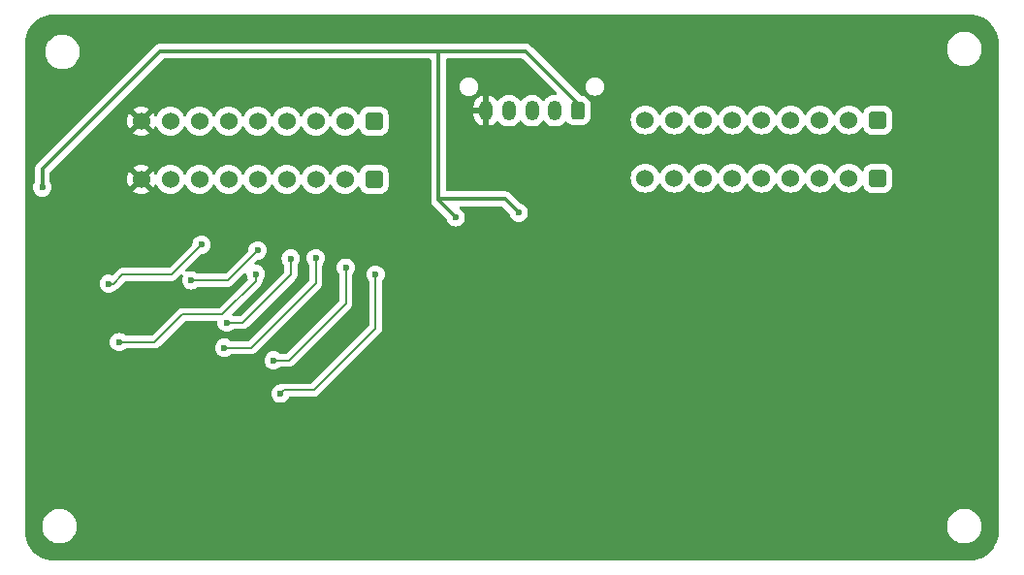
<source format=gbl>
G04 #@! TF.GenerationSoftware,KiCad,Pcbnew,8.0.8*
G04 #@! TF.CreationDate,2025-01-20T22:51:13+09:00*
G04 #@! TF.ProjectId,house_controller_multiplex_breakout_board_v0.1.0,686f7573-655f-4636-9f6e-74726f6c6c65,rev?*
G04 #@! TF.SameCoordinates,Original*
G04 #@! TF.FileFunction,Copper,L4,Bot*
G04 #@! TF.FilePolarity,Positive*
%FSLAX46Y46*%
G04 Gerber Fmt 4.6, Leading zero omitted, Abs format (unit mm)*
G04 Created by KiCad (PCBNEW 8.0.8) date 2025-01-20 22:51:13*
%MOMM*%
%LPD*%
G01*
G04 APERTURE LIST*
G04 Aperture macros list*
%AMRoundRect*
0 Rectangle with rounded corners*
0 $1 Rounding radius*
0 $2 $3 $4 $5 $6 $7 $8 $9 X,Y pos of 4 corners*
0 Add a 4 corners polygon primitive as box body*
4,1,4,$2,$3,$4,$5,$6,$7,$8,$9,$2,$3,0*
0 Add four circle primitives for the rounded corners*
1,1,$1+$1,$2,$3*
1,1,$1+$1,$4,$5*
1,1,$1+$1,$6,$7*
1,1,$1+$1,$8,$9*
0 Add four rect primitives between the rounded corners*
20,1,$1+$1,$2,$3,$4,$5,0*
20,1,$1+$1,$4,$5,$6,$7,0*
20,1,$1+$1,$6,$7,$8,$9,0*
20,1,$1+$1,$8,$9,$2,$3,0*%
G04 Aperture macros list end*
G04 #@! TA.AperFunction,ComponentPad*
%ADD10RoundRect,0.250000X0.512000X0.512000X-0.512000X0.512000X-0.512000X-0.512000X0.512000X-0.512000X0*%
G04 #@! TD*
G04 #@! TA.AperFunction,ComponentPad*
%ADD11C,1.524000*%
G04 #@! TD*
G04 #@! TA.AperFunction,ComponentPad*
%ADD12RoundRect,0.250000X0.350000X0.512000X-0.350000X0.512000X-0.350000X-0.512000X0.350000X-0.512000X0*%
G04 #@! TD*
G04 #@! TA.AperFunction,ComponentPad*
%ADD13O,1.200000X1.750000*%
G04 #@! TD*
G04 #@! TA.AperFunction,ViaPad*
%ADD14C,0.600000*%
G04 #@! TD*
G04 #@! TA.AperFunction,Conductor*
%ADD15C,0.300000*%
G04 #@! TD*
G04 #@! TA.AperFunction,Conductor*
%ADD16C,0.127000*%
G04 #@! TD*
G04 APERTURE END LIST*
D10*
X92460000Y-72387500D03*
X92460000Y-67307500D03*
D11*
X89920000Y-72387500D03*
X89920000Y-67307500D03*
X87380000Y-72387500D03*
X87380000Y-67307500D03*
X84840000Y-72387500D03*
X84840000Y-67307500D03*
X82300000Y-72387500D03*
X82300000Y-67307500D03*
X79760000Y-72387500D03*
X79760000Y-67307500D03*
X77220000Y-72387500D03*
X77220000Y-67307500D03*
X74680000Y-72387500D03*
X74680000Y-67307500D03*
X72140000Y-72387500D03*
X72140000Y-67307500D03*
D10*
X136460000Y-72287500D03*
X136460000Y-67207500D03*
D11*
X133920000Y-72287500D03*
X133920000Y-67207500D03*
X131380000Y-72287500D03*
X131380000Y-67207500D03*
X128840000Y-72287500D03*
X128840000Y-67207500D03*
X126300000Y-72287500D03*
X126300000Y-67207500D03*
X123760000Y-72287500D03*
X123760000Y-67207500D03*
X121220000Y-72287500D03*
X121220000Y-67207500D03*
X118680000Y-72287500D03*
X118680000Y-67207500D03*
X116140000Y-72287500D03*
X116140000Y-67207500D03*
D12*
X110250000Y-66400000D03*
D13*
X108250000Y-66400000D03*
X106250000Y-66400000D03*
X104250000Y-66400000D03*
X102250000Y-66400000D03*
D14*
X99600000Y-75700000D03*
X105100000Y-75300000D03*
X63500000Y-73100000D03*
X117600000Y-86900000D03*
X130300000Y-69800000D03*
X91000000Y-69900000D03*
X95500000Y-75000000D03*
X111500000Y-72800000D03*
X125400000Y-69200000D03*
X64900000Y-66100000D03*
X86300000Y-77400000D03*
X82000000Y-65000000D03*
X106700000Y-90700000D03*
X122500000Y-88000000D03*
X76000000Y-69700000D03*
X132500000Y-69700000D03*
X68200000Y-73100000D03*
X76600000Y-83000000D03*
X81200000Y-76700000D03*
X130500000Y-81900000D03*
X77000000Y-85000000D03*
X91000000Y-76000000D03*
X99800000Y-71900000D03*
X108800000Y-81800000D03*
X74000000Y-89700000D03*
X89000000Y-77600000D03*
X105300000Y-72700000D03*
X127200000Y-69600000D03*
X141700000Y-74200000D03*
X85700000Y-69900000D03*
X127100000Y-81700000D03*
X83500000Y-77300000D03*
X111100000Y-82700000D03*
X78300000Y-69700000D03*
X135500000Y-70000000D03*
X99400000Y-86200000D03*
X96800000Y-94400000D03*
X73900000Y-79300000D03*
X78600000Y-76700000D03*
X122200000Y-81800000D03*
X105000000Y-63000000D03*
X105100000Y-68900000D03*
X130000000Y-63400000D03*
X108700000Y-61600000D03*
X115900000Y-78800000D03*
X131700000Y-89200000D03*
X77300000Y-82400000D03*
X117500000Y-69300000D03*
X68100000Y-92100000D03*
X122700000Y-69700000D03*
X124700000Y-82500000D03*
X77600000Y-90300000D03*
X119800000Y-69600000D03*
X88000000Y-69800000D03*
X104900000Y-82300000D03*
X133000000Y-81900000D03*
X83200000Y-69800000D03*
X111400000Y-85100000D03*
X81100000Y-69500000D03*
X95400000Y-86300000D03*
X76100000Y-76100000D03*
X77400000Y-78100000D03*
X69300000Y-81500000D03*
X79600000Y-84900000D03*
X85200000Y-79300000D03*
X76500000Y-81200000D03*
X82300000Y-78600000D03*
X82150000Y-80650000D03*
X70200000Y-86600000D03*
X92600000Y-80700000D03*
X84300000Y-91100000D03*
X90000000Y-80100000D03*
X83700000Y-88200000D03*
X79400000Y-87100000D03*
X87380000Y-79280000D03*
D15*
X63500000Y-71500000D02*
X63500000Y-73100000D01*
X103900000Y-74100000D02*
X105100000Y-75300000D01*
X105700000Y-61200000D02*
X98100000Y-61200000D01*
X98100000Y-61200000D02*
X98100000Y-74100000D01*
X110250000Y-66400000D02*
X110250000Y-65750000D01*
X98100000Y-61200000D02*
X73800000Y-61200000D01*
X110250000Y-65750000D02*
X105700000Y-61200000D01*
X98100000Y-74100000D02*
X98100000Y-74200000D01*
X98100000Y-74100000D02*
X103900000Y-74100000D01*
X98100000Y-74200000D02*
X99600000Y-75700000D01*
X73800000Y-61200000D02*
X63500000Y-71500000D01*
D16*
X70500000Y-80700000D02*
X74800000Y-80700000D01*
X69700000Y-81500000D02*
X70500000Y-80700000D01*
X69300000Y-81500000D02*
X69700000Y-81500000D01*
X74800000Y-80700000D02*
X77400000Y-78100000D01*
X81000000Y-84900000D02*
X85200000Y-80700000D01*
X79600000Y-84900000D02*
X81000000Y-84900000D01*
X85200000Y-80700000D02*
X85200000Y-79300000D01*
X76500000Y-81200000D02*
X79700000Y-81200000D01*
X79700000Y-81200000D02*
X82300000Y-78600000D01*
X73300000Y-86600000D02*
X75700000Y-84200000D01*
X82150000Y-81250000D02*
X82150000Y-80650000D01*
X79200000Y-84200000D02*
X82150000Y-81250000D01*
X75700000Y-84200000D02*
X79200000Y-84200000D01*
X70200000Y-86600000D02*
X73300000Y-86600000D01*
X87200000Y-90800000D02*
X92600000Y-85400000D01*
X84600000Y-90800000D02*
X87200000Y-90800000D01*
X84300000Y-91100000D02*
X84600000Y-90800000D01*
X92600000Y-85400000D02*
X92600000Y-80700000D01*
X83700000Y-88200000D02*
X85000000Y-88200000D01*
X90000000Y-83200000D02*
X90000000Y-80100000D01*
X85000000Y-88200000D02*
X90000000Y-83200000D01*
X79400000Y-87100000D02*
X81700000Y-87100000D01*
X87380000Y-81420000D02*
X87380000Y-79280000D01*
X81700000Y-87100000D02*
X87380000Y-81420000D01*
G04 #@! TA.AperFunction,Conductor*
G36*
X144503736Y-58000726D02*
G01*
X144793796Y-58018271D01*
X144808659Y-58020076D01*
X145090798Y-58071780D01*
X145105335Y-58075363D01*
X145379172Y-58160695D01*
X145393163Y-58166000D01*
X145654743Y-58283727D01*
X145667989Y-58290680D01*
X145913465Y-58439075D01*
X145925776Y-58447573D01*
X146151573Y-58624473D01*
X146162781Y-58634403D01*
X146365596Y-58837218D01*
X146375526Y-58848426D01*
X146495481Y-59001538D01*
X146552422Y-59074217D01*
X146560928Y-59086540D01*
X146709316Y-59332004D01*
X146716275Y-59345263D01*
X146833997Y-59606831D01*
X146839306Y-59620832D01*
X146924635Y-59894663D01*
X146928219Y-59909201D01*
X146979923Y-60191340D01*
X146981728Y-60206205D01*
X146999274Y-60496263D01*
X146999500Y-60503750D01*
X146999500Y-103105180D01*
X146999499Y-103105198D01*
X146999499Y-103174934D01*
X146999273Y-103182420D01*
X146981730Y-103472480D01*
X146979925Y-103487345D01*
X146928224Y-103769477D01*
X146924641Y-103784016D01*
X146839309Y-104057861D01*
X146833999Y-104071862D01*
X146716280Y-104333426D01*
X146709321Y-104346685D01*
X146560933Y-104592150D01*
X146552427Y-104604473D01*
X146375535Y-104830262D01*
X146365606Y-104841470D01*
X146162783Y-105044295D01*
X146151574Y-105054225D01*
X145925787Y-105231119D01*
X145913464Y-105239625D01*
X145667996Y-105388016D01*
X145654738Y-105394974D01*
X145393177Y-105512694D01*
X145379184Y-105518001D01*
X145105399Y-105603316D01*
X145105338Y-105603335D01*
X145090800Y-105606918D01*
X144808661Y-105658623D01*
X144793796Y-105660428D01*
X144504067Y-105677954D01*
X144496580Y-105678180D01*
X64503751Y-105678180D01*
X64496264Y-105677954D01*
X64206206Y-105660408D01*
X64191341Y-105658603D01*
X63909207Y-105606900D01*
X63894668Y-105603316D01*
X63620826Y-105517983D01*
X63606837Y-105512678D01*
X63345256Y-105394949D01*
X63332020Y-105388002D01*
X63086544Y-105239606D01*
X63074223Y-105231102D01*
X62848438Y-105054210D01*
X62837229Y-105044280D01*
X62634408Y-104841457D01*
X62624479Y-104830249D01*
X62447585Y-104604459D01*
X62439079Y-104592135D01*
X62290698Y-104346679D01*
X62283739Y-104333421D01*
X62166020Y-104071857D01*
X62160710Y-104057856D01*
X62087588Y-103823194D01*
X62075376Y-103784005D01*
X62071794Y-103769469D01*
X62057767Y-103692926D01*
X62020093Y-103487339D01*
X62018289Y-103472478D01*
X62010920Y-103350645D01*
X62000726Y-103182087D01*
X62000500Y-103174599D01*
X62000501Y-103112791D01*
X62000500Y-103112787D01*
X62000500Y-102560582D01*
X63499500Y-102560582D01*
X63499500Y-102796777D01*
X63536446Y-103030048D01*
X63609433Y-103254676D01*
X63658333Y-103350646D01*
X63716657Y-103465113D01*
X63855483Y-103656190D01*
X64022490Y-103823197D01*
X64213567Y-103962023D01*
X64312991Y-104012682D01*
X64424003Y-104069246D01*
X64424005Y-104069246D01*
X64424008Y-104069248D01*
X64544412Y-104108369D01*
X64648631Y-104142233D01*
X64881903Y-104179180D01*
X64881908Y-104179180D01*
X65118097Y-104179180D01*
X65351368Y-104142233D01*
X65575992Y-104069248D01*
X65786433Y-103962023D01*
X65977510Y-103823197D01*
X66144517Y-103656190D01*
X66283343Y-103465113D01*
X66390568Y-103254672D01*
X66463553Y-103030048D01*
X66500500Y-102796777D01*
X66500500Y-102560582D01*
X142499500Y-102560582D01*
X142499500Y-102796777D01*
X142536446Y-103030048D01*
X142609433Y-103254676D01*
X142658333Y-103350646D01*
X142716657Y-103465113D01*
X142855483Y-103656190D01*
X143022490Y-103823197D01*
X143213567Y-103962023D01*
X143312991Y-104012682D01*
X143424003Y-104069246D01*
X143424005Y-104069246D01*
X143424008Y-104069248D01*
X143544412Y-104108369D01*
X143648631Y-104142233D01*
X143881903Y-104179180D01*
X143881908Y-104179180D01*
X144118097Y-104179180D01*
X144351368Y-104142233D01*
X144575992Y-104069248D01*
X144786433Y-103962023D01*
X144977510Y-103823197D01*
X145144517Y-103656190D01*
X145283343Y-103465113D01*
X145390568Y-103254672D01*
X145463553Y-103030048D01*
X145500500Y-102796777D01*
X145500500Y-102560582D01*
X145463553Y-102327311D01*
X145390566Y-102102683D01*
X145283342Y-101892246D01*
X145144517Y-101701170D01*
X144977510Y-101534163D01*
X144786433Y-101395337D01*
X144575996Y-101288113D01*
X144351368Y-101215126D01*
X144118097Y-101178180D01*
X144118092Y-101178180D01*
X143881908Y-101178180D01*
X143881903Y-101178180D01*
X143648631Y-101215126D01*
X143424003Y-101288113D01*
X143213566Y-101395337D01*
X143104550Y-101474542D01*
X143022490Y-101534163D01*
X143022488Y-101534165D01*
X143022487Y-101534165D01*
X142855485Y-101701167D01*
X142855485Y-101701168D01*
X142855483Y-101701170D01*
X142795862Y-101783230D01*
X142716657Y-101892246D01*
X142609433Y-102102683D01*
X142536446Y-102327311D01*
X142499500Y-102560582D01*
X66500500Y-102560582D01*
X66463553Y-102327311D01*
X66390566Y-102102683D01*
X66283342Y-101892246D01*
X66144517Y-101701170D01*
X65977510Y-101534163D01*
X65786433Y-101395337D01*
X65575996Y-101288113D01*
X65351368Y-101215126D01*
X65118097Y-101178180D01*
X65118092Y-101178180D01*
X64881908Y-101178180D01*
X64881903Y-101178180D01*
X64648631Y-101215126D01*
X64424003Y-101288113D01*
X64213566Y-101395337D01*
X64104550Y-101474542D01*
X64022490Y-101534163D01*
X64022488Y-101534165D01*
X64022487Y-101534165D01*
X63855485Y-101701167D01*
X63855485Y-101701168D01*
X63855483Y-101701170D01*
X63795862Y-101783230D01*
X63716657Y-101892246D01*
X63609433Y-102102683D01*
X63536446Y-102327311D01*
X63499500Y-102560582D01*
X62000500Y-102560582D01*
X62000500Y-91099996D01*
X83494435Y-91099996D01*
X83494435Y-91100003D01*
X83514630Y-91279249D01*
X83514631Y-91279254D01*
X83574211Y-91449523D01*
X83670184Y-91602262D01*
X83797738Y-91729816D01*
X83950478Y-91825789D01*
X84120745Y-91885368D01*
X84120750Y-91885369D01*
X84299996Y-91905565D01*
X84300000Y-91905565D01*
X84300004Y-91905565D01*
X84479249Y-91885369D01*
X84479252Y-91885368D01*
X84479255Y-91885368D01*
X84649522Y-91825789D01*
X84802262Y-91729816D01*
X84929816Y-91602262D01*
X85025789Y-91449522D01*
X85026654Y-91447050D01*
X85027645Y-91445667D01*
X85028810Y-91443249D01*
X85029233Y-91443453D01*
X85067373Y-91390272D01*
X85132325Y-91364523D01*
X85143697Y-91364000D01*
X87274251Y-91364000D01*
X87274253Y-91364000D01*
X87417696Y-91325565D01*
X87431325Y-91317696D01*
X87546304Y-91251313D01*
X87651313Y-91146304D01*
X87651313Y-91146302D01*
X87661517Y-91136099D01*
X87661521Y-91136094D01*
X92936094Y-85861521D01*
X92936099Y-85861517D01*
X92946302Y-85851313D01*
X92946304Y-85851313D01*
X93051313Y-85746304D01*
X93125565Y-85617696D01*
X93164000Y-85474252D01*
X93164000Y-81319440D01*
X93183685Y-81252401D01*
X93200319Y-81231759D01*
X93214000Y-81218078D01*
X93229816Y-81202262D01*
X93325789Y-81049522D01*
X93385368Y-80879255D01*
X93386390Y-80870184D01*
X93405565Y-80700003D01*
X93405565Y-80699996D01*
X93385369Y-80520750D01*
X93385368Y-80520745D01*
X93335303Y-80377667D01*
X93325789Y-80350478D01*
X93299155Y-80308091D01*
X93229815Y-80197737D01*
X93102262Y-80070184D01*
X92949523Y-79974211D01*
X92779254Y-79914631D01*
X92779249Y-79914630D01*
X92600004Y-79894435D01*
X92599996Y-79894435D01*
X92420750Y-79914630D01*
X92420745Y-79914631D01*
X92250476Y-79974211D01*
X92097737Y-80070184D01*
X91970184Y-80197737D01*
X91874211Y-80350476D01*
X91814631Y-80520745D01*
X91814630Y-80520750D01*
X91794435Y-80699996D01*
X91794435Y-80700003D01*
X91814630Y-80879249D01*
X91814631Y-80879254D01*
X91874211Y-81049523D01*
X91970184Y-81202262D01*
X91999681Y-81231759D01*
X92033166Y-81293082D01*
X92036000Y-81319440D01*
X92036000Y-85115022D01*
X92016315Y-85182061D01*
X91999681Y-85202703D01*
X87002703Y-90199681D01*
X86941380Y-90233166D01*
X86915022Y-90236000D01*
X84674253Y-90236000D01*
X84525747Y-90236000D01*
X84382304Y-90274435D01*
X84382302Y-90274435D01*
X84382302Y-90274436D01*
X84382297Y-90274437D01*
X84375209Y-90278530D01*
X84307308Y-90294998D01*
X84300268Y-90294435D01*
X84299996Y-90294435D01*
X84120750Y-90314630D01*
X84120745Y-90314631D01*
X83950476Y-90374211D01*
X83797737Y-90470184D01*
X83670184Y-90597737D01*
X83574211Y-90750476D01*
X83514631Y-90920745D01*
X83514630Y-90920750D01*
X83494435Y-91099996D01*
X62000500Y-91099996D01*
X62000500Y-88199996D01*
X82894435Y-88199996D01*
X82894435Y-88200003D01*
X82914630Y-88379249D01*
X82914631Y-88379254D01*
X82974211Y-88549523D01*
X83038171Y-88651314D01*
X83070184Y-88702262D01*
X83197738Y-88829816D01*
X83350478Y-88925789D01*
X83520745Y-88985368D01*
X83520750Y-88985369D01*
X83699996Y-89005565D01*
X83700000Y-89005565D01*
X83700004Y-89005565D01*
X83879249Y-88985369D01*
X83879252Y-88985368D01*
X83879255Y-88985368D01*
X84049522Y-88925789D01*
X84202262Y-88829816D01*
X84231759Y-88800319D01*
X84293082Y-88766834D01*
X84319440Y-88764000D01*
X85074251Y-88764000D01*
X85074253Y-88764000D01*
X85217696Y-88725565D01*
X85346304Y-88651313D01*
X85451313Y-88546304D01*
X85451313Y-88546302D01*
X85461517Y-88536099D01*
X85461521Y-88536094D01*
X90336094Y-83661521D01*
X90336099Y-83661517D01*
X90346302Y-83651313D01*
X90346304Y-83651313D01*
X90451313Y-83546304D01*
X90525565Y-83417696D01*
X90564001Y-83274252D01*
X90564001Y-83125747D01*
X90564001Y-83118152D01*
X90564000Y-83118134D01*
X90564000Y-80719440D01*
X90583685Y-80652401D01*
X90600319Y-80631759D01*
X90606331Y-80625747D01*
X90629816Y-80602262D01*
X90725789Y-80449522D01*
X90785368Y-80279255D01*
X90788812Y-80248687D01*
X90805565Y-80100003D01*
X90805565Y-80099996D01*
X90785369Y-79920750D01*
X90785368Y-79920745D01*
X90765733Y-79864631D01*
X90725789Y-79750478D01*
X90629816Y-79597738D01*
X90502262Y-79470184D01*
X90399422Y-79405565D01*
X90349523Y-79374211D01*
X90179254Y-79314631D01*
X90179249Y-79314630D01*
X90000004Y-79294435D01*
X89999996Y-79294435D01*
X89820750Y-79314630D01*
X89820745Y-79314631D01*
X89650476Y-79374211D01*
X89497737Y-79470184D01*
X89370184Y-79597737D01*
X89274211Y-79750476D01*
X89214631Y-79920745D01*
X89214630Y-79920750D01*
X89194435Y-80099996D01*
X89194435Y-80100003D01*
X89214630Y-80279249D01*
X89214631Y-80279254D01*
X89274211Y-80449523D01*
X89370184Y-80602262D01*
X89399681Y-80631759D01*
X89433166Y-80693082D01*
X89436000Y-80719440D01*
X89436000Y-82915022D01*
X89416315Y-82982061D01*
X89399681Y-83002703D01*
X84802703Y-87599681D01*
X84741380Y-87633166D01*
X84715022Y-87636000D01*
X84319440Y-87636000D01*
X84252401Y-87616315D01*
X84231759Y-87599681D01*
X84202262Y-87570184D01*
X84049523Y-87474211D01*
X83879254Y-87414631D01*
X83879249Y-87414630D01*
X83700004Y-87394435D01*
X83699996Y-87394435D01*
X83520750Y-87414630D01*
X83520745Y-87414631D01*
X83350476Y-87474211D01*
X83197737Y-87570184D01*
X83070184Y-87697737D01*
X82974211Y-87850476D01*
X82914631Y-88020745D01*
X82914630Y-88020750D01*
X82894435Y-88199996D01*
X62000500Y-88199996D01*
X62000500Y-81499996D01*
X68494435Y-81499996D01*
X68494435Y-81500003D01*
X68514630Y-81679249D01*
X68514631Y-81679254D01*
X68574211Y-81849523D01*
X68638171Y-81951314D01*
X68670184Y-82002262D01*
X68797738Y-82129816D01*
X68950478Y-82225789D01*
X69120745Y-82285368D01*
X69120750Y-82285369D01*
X69299996Y-82305565D01*
X69300000Y-82305565D01*
X69300004Y-82305565D01*
X69479249Y-82285369D01*
X69479252Y-82285368D01*
X69479255Y-82285368D01*
X69649522Y-82225789D01*
X69802262Y-82129816D01*
X69881163Y-82050913D01*
X69911316Y-82030770D01*
X69910657Y-82029629D01*
X69917696Y-82025565D01*
X70046304Y-81951313D01*
X70151313Y-81846304D01*
X70151313Y-81846302D01*
X70161517Y-81836099D01*
X70161520Y-81836094D01*
X70697297Y-81300319D01*
X70758620Y-81266834D01*
X70784978Y-81264000D01*
X74874251Y-81264000D01*
X74874253Y-81264000D01*
X75017696Y-81225565D01*
X75030664Y-81218078D01*
X75057984Y-81202305D01*
X75057985Y-81202304D01*
X75061976Y-81200000D01*
X75146304Y-81151313D01*
X75251313Y-81046304D01*
X75251313Y-81046302D01*
X75261517Y-81036099D01*
X75261521Y-81036094D01*
X75566107Y-80731507D01*
X75627428Y-80698024D01*
X75697120Y-80703008D01*
X75753053Y-80744880D01*
X75777470Y-80810344D01*
X75770828Y-80860144D01*
X75714632Y-81020742D01*
X75714630Y-81020750D01*
X75694435Y-81199996D01*
X75694435Y-81200003D01*
X75714630Y-81379249D01*
X75714631Y-81379254D01*
X75774211Y-81549523D01*
X75855724Y-81679249D01*
X75870184Y-81702262D01*
X75997738Y-81829816D01*
X76150478Y-81925789D01*
X76320745Y-81985368D01*
X76320750Y-81985369D01*
X76499996Y-82005565D01*
X76500000Y-82005565D01*
X76500004Y-82005565D01*
X76679249Y-81985369D01*
X76679252Y-81985368D01*
X76679255Y-81985368D01*
X76849522Y-81925789D01*
X77002262Y-81829816D01*
X77031759Y-81800319D01*
X77093082Y-81766834D01*
X77119440Y-81764000D01*
X79774251Y-81764000D01*
X79774253Y-81764000D01*
X79917696Y-81725565D01*
X79931325Y-81717696D01*
X80046304Y-81651313D01*
X80151313Y-81546304D01*
X80151313Y-81546302D01*
X80161517Y-81536099D01*
X80161521Y-81536094D01*
X81132754Y-80564861D01*
X81194077Y-80531376D01*
X81263769Y-80536360D01*
X81319702Y-80578232D01*
X81344119Y-80643696D01*
X81344302Y-80648825D01*
X81364630Y-80829249D01*
X81364633Y-80829262D01*
X81424209Y-80999518D01*
X81424210Y-80999522D01*
X81440537Y-81025505D01*
X81459537Y-81092742D01*
X81439169Y-81159577D01*
X81423224Y-81179158D01*
X79002703Y-83599681D01*
X78941380Y-83633166D01*
X78915022Y-83636000D01*
X75781865Y-83636000D01*
X75781849Y-83635999D01*
X75774253Y-83635999D01*
X75625748Y-83635999D01*
X75494063Y-83671284D01*
X75482300Y-83674436D01*
X75353699Y-83748684D01*
X75353693Y-83748689D01*
X73102703Y-85999681D01*
X73041380Y-86033166D01*
X73015022Y-86036000D01*
X70819440Y-86036000D01*
X70752401Y-86016315D01*
X70731759Y-85999681D01*
X70702262Y-85970184D01*
X70549523Y-85874211D01*
X70379254Y-85814631D01*
X70379249Y-85814630D01*
X70200004Y-85794435D01*
X70199996Y-85794435D01*
X70020750Y-85814630D01*
X70020745Y-85814631D01*
X69850476Y-85874211D01*
X69697737Y-85970184D01*
X69570184Y-86097737D01*
X69474211Y-86250476D01*
X69414631Y-86420745D01*
X69414630Y-86420750D01*
X69394435Y-86599996D01*
X69394435Y-86600003D01*
X69414630Y-86779249D01*
X69414631Y-86779254D01*
X69474211Y-86949523D01*
X69538171Y-87051314D01*
X69570184Y-87102262D01*
X69697738Y-87229816D01*
X69850478Y-87325789D01*
X70020745Y-87385368D01*
X70020750Y-87385369D01*
X70199996Y-87405565D01*
X70200000Y-87405565D01*
X70200004Y-87405565D01*
X70379249Y-87385369D01*
X70379252Y-87385368D01*
X70379255Y-87385368D01*
X70549522Y-87325789D01*
X70702262Y-87229816D01*
X70731759Y-87200319D01*
X70793082Y-87166834D01*
X70819440Y-87164000D01*
X73374251Y-87164000D01*
X73374253Y-87164000D01*
X73517696Y-87125565D01*
X73561983Y-87099996D01*
X78594435Y-87099996D01*
X78594435Y-87100003D01*
X78614630Y-87279249D01*
X78614631Y-87279254D01*
X78674211Y-87449523D01*
X78738171Y-87551314D01*
X78770184Y-87602262D01*
X78897738Y-87729816D01*
X79050478Y-87825789D01*
X79220745Y-87885368D01*
X79220750Y-87885369D01*
X79399996Y-87905565D01*
X79400000Y-87905565D01*
X79400004Y-87905565D01*
X79579249Y-87885369D01*
X79579252Y-87885368D01*
X79579255Y-87885368D01*
X79749522Y-87825789D01*
X79902262Y-87729816D01*
X79931759Y-87700319D01*
X79993082Y-87666834D01*
X80019440Y-87664000D01*
X81774251Y-87664000D01*
X81774253Y-87664000D01*
X81917696Y-87625565D01*
X82046304Y-87551313D01*
X82151313Y-87446304D01*
X82151313Y-87446302D01*
X82161517Y-87436099D01*
X82161521Y-87436094D01*
X87716094Y-81881521D01*
X87716099Y-81881517D01*
X87726302Y-81871313D01*
X87726304Y-81871313D01*
X87831313Y-81766304D01*
X87905565Y-81637696D01*
X87922564Y-81574253D01*
X87944000Y-81494253D01*
X87944000Y-81345747D01*
X87944000Y-79899440D01*
X87963685Y-79832401D01*
X87980319Y-79811759D01*
X87989816Y-79802262D01*
X88009816Y-79782262D01*
X88105789Y-79629522D01*
X88165368Y-79459255D01*
X88167847Y-79437255D01*
X88185565Y-79280003D01*
X88185565Y-79279996D01*
X88165369Y-79100750D01*
X88165368Y-79100745D01*
X88112787Y-78950478D01*
X88105789Y-78930478D01*
X88077444Y-78885368D01*
X88010769Y-78779255D01*
X88009816Y-78777738D01*
X87882262Y-78650184D01*
X87850547Y-78630256D01*
X87729523Y-78554211D01*
X87559254Y-78494631D01*
X87559249Y-78494630D01*
X87380004Y-78474435D01*
X87379996Y-78474435D01*
X87200750Y-78494630D01*
X87200745Y-78494631D01*
X87030476Y-78554211D01*
X86877737Y-78650184D01*
X86750184Y-78777737D01*
X86654211Y-78930476D01*
X86594631Y-79100745D01*
X86594630Y-79100750D01*
X86574435Y-79279996D01*
X86574435Y-79280003D01*
X86594630Y-79459249D01*
X86594631Y-79459254D01*
X86654211Y-79629523D01*
X86750184Y-79782262D01*
X86779681Y-79811759D01*
X86813166Y-79873082D01*
X86816000Y-79899440D01*
X86816000Y-81135022D01*
X86796315Y-81202061D01*
X86779681Y-81222703D01*
X81502703Y-86499681D01*
X81441380Y-86533166D01*
X81415022Y-86536000D01*
X80019440Y-86536000D01*
X79952401Y-86516315D01*
X79931759Y-86499681D01*
X79902262Y-86470184D01*
X79749523Y-86374211D01*
X79579254Y-86314631D01*
X79579249Y-86314630D01*
X79400004Y-86294435D01*
X79399996Y-86294435D01*
X79220750Y-86314630D01*
X79220745Y-86314631D01*
X79050476Y-86374211D01*
X78897737Y-86470184D01*
X78770184Y-86597737D01*
X78674211Y-86750476D01*
X78614631Y-86920745D01*
X78614630Y-86920750D01*
X78594435Y-87099996D01*
X73561983Y-87099996D01*
X73646304Y-87051313D01*
X73751313Y-86946304D01*
X73751313Y-86946302D01*
X73761517Y-86936099D01*
X73761520Y-86936094D01*
X75897298Y-84800319D01*
X75958621Y-84766834D01*
X75984979Y-84764000D01*
X78671003Y-84764000D01*
X78738042Y-84783685D01*
X78783797Y-84836489D01*
X78792810Y-84893037D01*
X78794435Y-84893037D01*
X78794435Y-84900003D01*
X78814630Y-85079249D01*
X78814631Y-85079254D01*
X78874211Y-85249523D01*
X78938171Y-85351314D01*
X78970184Y-85402262D01*
X79097738Y-85529816D01*
X79250478Y-85625789D01*
X79420745Y-85685368D01*
X79420750Y-85685369D01*
X79599996Y-85705565D01*
X79600000Y-85705565D01*
X79600004Y-85705565D01*
X79779249Y-85685369D01*
X79779252Y-85685368D01*
X79779255Y-85685368D01*
X79949522Y-85625789D01*
X80102262Y-85529816D01*
X80131759Y-85500319D01*
X80193082Y-85466834D01*
X80219440Y-85464000D01*
X81074251Y-85464000D01*
X81074253Y-85464000D01*
X81217696Y-85425565D01*
X81346304Y-85351313D01*
X81451313Y-85246304D01*
X81451313Y-85246302D01*
X81461517Y-85236099D01*
X81461521Y-85236094D01*
X85536094Y-81161521D01*
X85536099Y-81161517D01*
X85546302Y-81151313D01*
X85546304Y-81151313D01*
X85651313Y-81046304D01*
X85725565Y-80917696D01*
X85742096Y-80856000D01*
X85764000Y-80774253D01*
X85764000Y-80625747D01*
X85764000Y-79919440D01*
X85783685Y-79852401D01*
X85800319Y-79831759D01*
X85807328Y-79824750D01*
X85829816Y-79802262D01*
X85925789Y-79649522D01*
X85985368Y-79479255D01*
X85986390Y-79470184D01*
X86005565Y-79300003D01*
X86005565Y-79299996D01*
X85985369Y-79120750D01*
X85985368Y-79120745D01*
X85925789Y-78950478D01*
X85925188Y-78949522D01*
X85884878Y-78885368D01*
X85829816Y-78797738D01*
X85702262Y-78670184D01*
X85601935Y-78607144D01*
X85549523Y-78574211D01*
X85379254Y-78514631D01*
X85379249Y-78514630D01*
X85200004Y-78494435D01*
X85199996Y-78494435D01*
X85020750Y-78514630D01*
X85020745Y-78514631D01*
X84850476Y-78574211D01*
X84697737Y-78670184D01*
X84570184Y-78797737D01*
X84474211Y-78950476D01*
X84414631Y-79120745D01*
X84414630Y-79120750D01*
X84394435Y-79299996D01*
X84394435Y-79300003D01*
X84414630Y-79479249D01*
X84414631Y-79479254D01*
X84474211Y-79649523D01*
X84570184Y-79802262D01*
X84599681Y-79831759D01*
X84633166Y-79893082D01*
X84636000Y-79919440D01*
X84636000Y-80415022D01*
X84616315Y-80482061D01*
X84599681Y-80502703D01*
X80802703Y-84299681D01*
X80741380Y-84333166D01*
X80715022Y-84336000D01*
X80219440Y-84336000D01*
X80152401Y-84316315D01*
X80131759Y-84299681D01*
X80102527Y-84270449D01*
X80069042Y-84209126D01*
X80074026Y-84139434D01*
X80102525Y-84095089D01*
X82486094Y-81711521D01*
X82486099Y-81711517D01*
X82496302Y-81701313D01*
X82496304Y-81701313D01*
X82601313Y-81596304D01*
X82675565Y-81467696D01*
X82714000Y-81324252D01*
X82714000Y-81269440D01*
X82733685Y-81202401D01*
X82750319Y-81181759D01*
X82752920Y-81179158D01*
X82779816Y-81152262D01*
X82875789Y-80999522D01*
X82935368Y-80829255D01*
X82937499Y-80810344D01*
X82955565Y-80650003D01*
X82955565Y-80649996D01*
X82935369Y-80470750D01*
X82935368Y-80470745D01*
X82915733Y-80414631D01*
X82875789Y-80300478D01*
X82779816Y-80147738D01*
X82652262Y-80020184D01*
X82499523Y-79924211D01*
X82329254Y-79864631D01*
X82329249Y-79864630D01*
X82143081Y-79843655D01*
X82143298Y-79841720D01*
X82085503Y-79824750D01*
X82039748Y-79771946D01*
X82029804Y-79702788D01*
X82058829Y-79639232D01*
X82064861Y-79632754D01*
X82099878Y-79597737D01*
X82260361Y-79437253D01*
X82321682Y-79403770D01*
X82334148Y-79401717D01*
X82409077Y-79393275D01*
X82479250Y-79385369D01*
X82479253Y-79385368D01*
X82479255Y-79385368D01*
X82649522Y-79325789D01*
X82802262Y-79229816D01*
X82929816Y-79102262D01*
X83025789Y-78949522D01*
X83085368Y-78779255D01*
X83085539Y-78777737D01*
X83105565Y-78600003D01*
X83105565Y-78599996D01*
X83085369Y-78420750D01*
X83085368Y-78420745D01*
X83025789Y-78250478D01*
X82929816Y-78097738D01*
X82802262Y-77970184D01*
X82649523Y-77874211D01*
X82479254Y-77814631D01*
X82479249Y-77814630D01*
X82300004Y-77794435D01*
X82299996Y-77794435D01*
X82120750Y-77814630D01*
X82120745Y-77814631D01*
X81950476Y-77874211D01*
X81797737Y-77970184D01*
X81670184Y-78097737D01*
X81574211Y-78250476D01*
X81514631Y-78420745D01*
X81514630Y-78420749D01*
X81498282Y-78565842D01*
X81471215Y-78630256D01*
X81462743Y-78639639D01*
X79502703Y-80599681D01*
X79441380Y-80633166D01*
X79415022Y-80636000D01*
X77119440Y-80636000D01*
X77052401Y-80616315D01*
X77031759Y-80599681D01*
X77002262Y-80570184D01*
X76849523Y-80474211D01*
X76679254Y-80414631D01*
X76679249Y-80414630D01*
X76500004Y-80394435D01*
X76499996Y-80394435D01*
X76320750Y-80414630D01*
X76320742Y-80414632D01*
X76160144Y-80470828D01*
X76090366Y-80474389D01*
X76029738Y-80439660D01*
X75997511Y-80377667D01*
X76003916Y-80308091D01*
X76031507Y-80266107D01*
X77360361Y-78937253D01*
X77421682Y-78903770D01*
X77434148Y-78901717D01*
X77509077Y-78893275D01*
X77579250Y-78885369D01*
X77579253Y-78885368D01*
X77579255Y-78885368D01*
X77749522Y-78825789D01*
X77902262Y-78729816D01*
X78029816Y-78602262D01*
X78125789Y-78449522D01*
X78185368Y-78279255D01*
X78185369Y-78279249D01*
X78205565Y-78100003D01*
X78205565Y-78099996D01*
X78185369Y-77920750D01*
X78185368Y-77920745D01*
X78125788Y-77750476D01*
X78029815Y-77597737D01*
X77902262Y-77470184D01*
X77749523Y-77374211D01*
X77579254Y-77314631D01*
X77579249Y-77314630D01*
X77400004Y-77294435D01*
X77399996Y-77294435D01*
X77220750Y-77314630D01*
X77220745Y-77314631D01*
X77050476Y-77374211D01*
X76897737Y-77470184D01*
X76770184Y-77597737D01*
X76674211Y-77750476D01*
X76614631Y-77920745D01*
X76614630Y-77920749D01*
X76598282Y-78065842D01*
X76571215Y-78130256D01*
X76562743Y-78139639D01*
X74602703Y-80099681D01*
X74541380Y-80133166D01*
X74515022Y-80136000D01*
X70425748Y-80136000D01*
X70282304Y-80174435D01*
X70282301Y-80174436D01*
X70153699Y-80248685D01*
X70153693Y-80248689D01*
X70048685Y-80353698D01*
X69688799Y-80713583D01*
X69627476Y-80747068D01*
X69560166Y-80742944D01*
X69479255Y-80714632D01*
X69479251Y-80714631D01*
X69479247Y-80714630D01*
X69300004Y-80694435D01*
X69299996Y-80694435D01*
X69120750Y-80714630D01*
X69120745Y-80714631D01*
X68950476Y-80774211D01*
X68797737Y-80870184D01*
X68670184Y-80997737D01*
X68574211Y-81150476D01*
X68514631Y-81320745D01*
X68514630Y-81320750D01*
X68494435Y-81499996D01*
X62000500Y-81499996D01*
X62000500Y-73099996D01*
X62694435Y-73099996D01*
X62694435Y-73100003D01*
X62714630Y-73279249D01*
X62714631Y-73279254D01*
X62774211Y-73449523D01*
X62865447Y-73594723D01*
X62870184Y-73602262D01*
X62997738Y-73729816D01*
X63150478Y-73825789D01*
X63320745Y-73885368D01*
X63320750Y-73885369D01*
X63499996Y-73905565D01*
X63500000Y-73905565D01*
X63500004Y-73905565D01*
X63679249Y-73885369D01*
X63679252Y-73885368D01*
X63679255Y-73885368D01*
X63849522Y-73825789D01*
X64002262Y-73729816D01*
X64129816Y-73602262D01*
X64225789Y-73449522D01*
X64285368Y-73279255D01*
X64285369Y-73279249D01*
X64305565Y-73100003D01*
X64305565Y-73099996D01*
X64285369Y-72920750D01*
X64285366Y-72920737D01*
X64225790Y-72750481D01*
X64225789Y-72750478D01*
X64190620Y-72694507D01*
X64169506Y-72660903D01*
X64150500Y-72594931D01*
X64150500Y-72387499D01*
X70873179Y-72387499D01*
X70873179Y-72387500D01*
X70892424Y-72607476D01*
X70892426Y-72607486D01*
X70949575Y-72820770D01*
X70949580Y-72820784D01*
X71042898Y-73020905D01*
X71042901Y-73020911D01*
X71088258Y-73085687D01*
X71088258Y-73085688D01*
X71657037Y-72516908D01*
X71674075Y-72580493D01*
X71739901Y-72694507D01*
X71832993Y-72787599D01*
X71947007Y-72853425D01*
X72010590Y-72870462D01*
X71441810Y-73439240D01*
X71506590Y-73484599D01*
X71506592Y-73484600D01*
X71706715Y-73577919D01*
X71706729Y-73577924D01*
X71920013Y-73635073D01*
X71920023Y-73635075D01*
X72139999Y-73654321D01*
X72140001Y-73654321D01*
X72359976Y-73635075D01*
X72359986Y-73635073D01*
X72573270Y-73577924D01*
X72573284Y-73577919D01*
X72773407Y-73484600D01*
X72773417Y-73484594D01*
X72838188Y-73439241D01*
X72269410Y-72870462D01*
X72332993Y-72853425D01*
X72447007Y-72787599D01*
X72540099Y-72694507D01*
X72605925Y-72580493D01*
X72622962Y-72516909D01*
X73191741Y-73085688D01*
X73237094Y-73020917D01*
X73237095Y-73020916D01*
X73297340Y-72891719D01*
X73343512Y-72839280D01*
X73410706Y-72820127D01*
X73477587Y-72840342D01*
X73522105Y-72891718D01*
X73582466Y-73021162D01*
X73582468Y-73021166D01*
X73709170Y-73202115D01*
X73709175Y-73202121D01*
X73865378Y-73358324D01*
X73865384Y-73358329D01*
X74046333Y-73485031D01*
X74046335Y-73485032D01*
X74046338Y-73485034D01*
X74246550Y-73578394D01*
X74459932Y-73635570D01*
X74617123Y-73649322D01*
X74679998Y-73654823D01*
X74680000Y-73654823D01*
X74680002Y-73654823D01*
X74735151Y-73649998D01*
X74900068Y-73635570D01*
X75113450Y-73578394D01*
X75313662Y-73485034D01*
X75494620Y-73358326D01*
X75650826Y-73202120D01*
X75777534Y-73021162D01*
X75837618Y-72892311D01*
X75883790Y-72839871D01*
X75950983Y-72820719D01*
X76017865Y-72840935D01*
X76062382Y-72892311D01*
X76122464Y-73021158D01*
X76122468Y-73021166D01*
X76249170Y-73202115D01*
X76249175Y-73202121D01*
X76405378Y-73358324D01*
X76405384Y-73358329D01*
X76586333Y-73485031D01*
X76586335Y-73485032D01*
X76586338Y-73485034D01*
X76786550Y-73578394D01*
X76999932Y-73635570D01*
X77157123Y-73649322D01*
X77219998Y-73654823D01*
X77220000Y-73654823D01*
X77220002Y-73654823D01*
X77275151Y-73649998D01*
X77440068Y-73635570D01*
X77653450Y-73578394D01*
X77853662Y-73485034D01*
X78034620Y-73358326D01*
X78190826Y-73202120D01*
X78317534Y-73021162D01*
X78377618Y-72892311D01*
X78423790Y-72839871D01*
X78490983Y-72820719D01*
X78557865Y-72840935D01*
X78602382Y-72892311D01*
X78662464Y-73021158D01*
X78662468Y-73021166D01*
X78789170Y-73202115D01*
X78789175Y-73202121D01*
X78945378Y-73358324D01*
X78945384Y-73358329D01*
X79126333Y-73485031D01*
X79126335Y-73485032D01*
X79126338Y-73485034D01*
X79326550Y-73578394D01*
X79539932Y-73635570D01*
X79697123Y-73649322D01*
X79759998Y-73654823D01*
X79760000Y-73654823D01*
X79760002Y-73654823D01*
X79815151Y-73649998D01*
X79980068Y-73635570D01*
X80193450Y-73578394D01*
X80393662Y-73485034D01*
X80574620Y-73358326D01*
X80730826Y-73202120D01*
X80857534Y-73021162D01*
X80917618Y-72892311D01*
X80963790Y-72839871D01*
X81030983Y-72820719D01*
X81097865Y-72840935D01*
X81142382Y-72892311D01*
X81202464Y-73021158D01*
X81202468Y-73021166D01*
X81329170Y-73202115D01*
X81329175Y-73202121D01*
X81485378Y-73358324D01*
X81485384Y-73358329D01*
X81666333Y-73485031D01*
X81666335Y-73485032D01*
X81666338Y-73485034D01*
X81866550Y-73578394D01*
X82079932Y-73635570D01*
X82237123Y-73649322D01*
X82299998Y-73654823D01*
X82300000Y-73654823D01*
X82300002Y-73654823D01*
X82355151Y-73649998D01*
X82520068Y-73635570D01*
X82733450Y-73578394D01*
X82933662Y-73485034D01*
X83114620Y-73358326D01*
X83270826Y-73202120D01*
X83397534Y-73021162D01*
X83457618Y-72892311D01*
X83503790Y-72839871D01*
X83570983Y-72820719D01*
X83637865Y-72840935D01*
X83682382Y-72892311D01*
X83742464Y-73021158D01*
X83742468Y-73021166D01*
X83869170Y-73202115D01*
X83869175Y-73202121D01*
X84025378Y-73358324D01*
X84025384Y-73358329D01*
X84206333Y-73485031D01*
X84206335Y-73485032D01*
X84206338Y-73485034D01*
X84406550Y-73578394D01*
X84619932Y-73635570D01*
X84777123Y-73649322D01*
X84839998Y-73654823D01*
X84840000Y-73654823D01*
X84840002Y-73654823D01*
X84895151Y-73649998D01*
X85060068Y-73635570D01*
X85273450Y-73578394D01*
X85473662Y-73485034D01*
X85654620Y-73358326D01*
X85810826Y-73202120D01*
X85937534Y-73021162D01*
X85997618Y-72892311D01*
X86043790Y-72839871D01*
X86110983Y-72820719D01*
X86177865Y-72840935D01*
X86222382Y-72892311D01*
X86282464Y-73021158D01*
X86282468Y-73021166D01*
X86409170Y-73202115D01*
X86409175Y-73202121D01*
X86565378Y-73358324D01*
X86565384Y-73358329D01*
X86746333Y-73485031D01*
X86746335Y-73485032D01*
X86746338Y-73485034D01*
X86946550Y-73578394D01*
X87159932Y-73635570D01*
X87317123Y-73649322D01*
X87379998Y-73654823D01*
X87380000Y-73654823D01*
X87380002Y-73654823D01*
X87435151Y-73649998D01*
X87600068Y-73635570D01*
X87813450Y-73578394D01*
X88013662Y-73485034D01*
X88194620Y-73358326D01*
X88350826Y-73202120D01*
X88477534Y-73021162D01*
X88537618Y-72892311D01*
X88583790Y-72839871D01*
X88650983Y-72820719D01*
X88717865Y-72840935D01*
X88762382Y-72892311D01*
X88822464Y-73021158D01*
X88822468Y-73021166D01*
X88949170Y-73202115D01*
X88949175Y-73202121D01*
X89105378Y-73358324D01*
X89105384Y-73358329D01*
X89286333Y-73485031D01*
X89286335Y-73485032D01*
X89286338Y-73485034D01*
X89486550Y-73578394D01*
X89699932Y-73635570D01*
X89857123Y-73649322D01*
X89919998Y-73654823D01*
X89920000Y-73654823D01*
X89920002Y-73654823D01*
X89975151Y-73649998D01*
X90140068Y-73635570D01*
X90353450Y-73578394D01*
X90553662Y-73485034D01*
X90734620Y-73358326D01*
X90890826Y-73202120D01*
X90998197Y-73048777D01*
X91052774Y-73005153D01*
X91122272Y-72997959D01*
X91184627Y-73029482D01*
X91217478Y-73080897D01*
X91263185Y-73218831D01*
X91263187Y-73218836D01*
X91293608Y-73268156D01*
X91355288Y-73368156D01*
X91479344Y-73492212D01*
X91628666Y-73584314D01*
X91795203Y-73639499D01*
X91897991Y-73650000D01*
X93022008Y-73649999D01*
X93124797Y-73639499D01*
X93291334Y-73584314D01*
X93440656Y-73492212D01*
X93564712Y-73368156D01*
X93656814Y-73218834D01*
X93711999Y-73052297D01*
X93722500Y-72949509D01*
X93722499Y-71825492D01*
X93715179Y-71753838D01*
X93711999Y-71722703D01*
X93711998Y-71722700D01*
X93700934Y-71689311D01*
X93656814Y-71556166D01*
X93564712Y-71406844D01*
X93440656Y-71282788D01*
X93347888Y-71225569D01*
X93291336Y-71190687D01*
X93291331Y-71190685D01*
X93267499Y-71182788D01*
X93124797Y-71135501D01*
X93124795Y-71135500D01*
X93022010Y-71125000D01*
X91897998Y-71125000D01*
X91897981Y-71125001D01*
X91795203Y-71135500D01*
X91795200Y-71135501D01*
X91628668Y-71190685D01*
X91628663Y-71190687D01*
X91479342Y-71282789D01*
X91355289Y-71406842D01*
X91263187Y-71556163D01*
X91263185Y-71556168D01*
X91241139Y-71622700D01*
X91219067Y-71689310D01*
X91217478Y-71694104D01*
X91177705Y-71751549D01*
X91113189Y-71778372D01*
X91044414Y-71766057D01*
X90998197Y-71726223D01*
X90997689Y-71725498D01*
X90890826Y-71572880D01*
X90734620Y-71416674D01*
X90734616Y-71416671D01*
X90734615Y-71416670D01*
X90553666Y-71289968D01*
X90553662Y-71289966D01*
X90538269Y-71282788D01*
X90353450Y-71196606D01*
X90353447Y-71196605D01*
X90353445Y-71196604D01*
X90140070Y-71139430D01*
X90140062Y-71139429D01*
X89920002Y-71120177D01*
X89919998Y-71120177D01*
X89699937Y-71139429D01*
X89699929Y-71139430D01*
X89486554Y-71196604D01*
X89486548Y-71196607D01*
X89286340Y-71289965D01*
X89286338Y-71289966D01*
X89105377Y-71416675D01*
X88949175Y-71572877D01*
X88822466Y-71753838D01*
X88822465Y-71753840D01*
X88762382Y-71882689D01*
X88716209Y-71935128D01*
X88649016Y-71954280D01*
X88582135Y-71934064D01*
X88537618Y-71882689D01*
X88488974Y-71778372D01*
X88477534Y-71753839D01*
X88350826Y-71572880D01*
X88194620Y-71416674D01*
X88194616Y-71416671D01*
X88194615Y-71416670D01*
X88013666Y-71289968D01*
X88013662Y-71289966D01*
X87998269Y-71282788D01*
X87813450Y-71196606D01*
X87813447Y-71196605D01*
X87813445Y-71196604D01*
X87600070Y-71139430D01*
X87600062Y-71139429D01*
X87380002Y-71120177D01*
X87379998Y-71120177D01*
X87159937Y-71139429D01*
X87159929Y-71139430D01*
X86946554Y-71196604D01*
X86946548Y-71196607D01*
X86746340Y-71289965D01*
X86746338Y-71289966D01*
X86565377Y-71416675D01*
X86409175Y-71572877D01*
X86282466Y-71753838D01*
X86282465Y-71753840D01*
X86222382Y-71882689D01*
X86176209Y-71935128D01*
X86109016Y-71954280D01*
X86042135Y-71934064D01*
X85997618Y-71882689D01*
X85948974Y-71778372D01*
X85937534Y-71753839D01*
X85810826Y-71572880D01*
X85654620Y-71416674D01*
X85654616Y-71416671D01*
X85654615Y-71416670D01*
X85473666Y-71289968D01*
X85473662Y-71289966D01*
X85458269Y-71282788D01*
X85273450Y-71196606D01*
X85273447Y-71196605D01*
X85273445Y-71196604D01*
X85060070Y-71139430D01*
X85060062Y-71139429D01*
X84840002Y-71120177D01*
X84839998Y-71120177D01*
X84619937Y-71139429D01*
X84619929Y-71139430D01*
X84406554Y-71196604D01*
X84406548Y-71196607D01*
X84206340Y-71289965D01*
X84206338Y-71289966D01*
X84025377Y-71416675D01*
X83869175Y-71572877D01*
X83742466Y-71753838D01*
X83742465Y-71753840D01*
X83682382Y-71882689D01*
X83636209Y-71935128D01*
X83569016Y-71954280D01*
X83502135Y-71934064D01*
X83457618Y-71882689D01*
X83408974Y-71778372D01*
X83397534Y-71753839D01*
X83270826Y-71572880D01*
X83114620Y-71416674D01*
X83114616Y-71416671D01*
X83114615Y-71416670D01*
X82933666Y-71289968D01*
X82933662Y-71289966D01*
X82918269Y-71282788D01*
X82733450Y-71196606D01*
X82733447Y-71196605D01*
X82733445Y-71196604D01*
X82520070Y-71139430D01*
X82520062Y-71139429D01*
X82300002Y-71120177D01*
X82299998Y-71120177D01*
X82079937Y-71139429D01*
X82079929Y-71139430D01*
X81866554Y-71196604D01*
X81866548Y-71196607D01*
X81666340Y-71289965D01*
X81666338Y-71289966D01*
X81485377Y-71416675D01*
X81329175Y-71572877D01*
X81202466Y-71753838D01*
X81202465Y-71753840D01*
X81142382Y-71882689D01*
X81096209Y-71935128D01*
X81029016Y-71954280D01*
X80962135Y-71934064D01*
X80917618Y-71882689D01*
X80868974Y-71778372D01*
X80857534Y-71753839D01*
X80730826Y-71572880D01*
X80574620Y-71416674D01*
X80574616Y-71416671D01*
X80574615Y-71416670D01*
X80393666Y-71289968D01*
X80393662Y-71289966D01*
X80378269Y-71282788D01*
X80193450Y-71196606D01*
X80193447Y-71196605D01*
X80193445Y-71196604D01*
X79980070Y-71139430D01*
X79980062Y-71139429D01*
X79760002Y-71120177D01*
X79759998Y-71120177D01*
X79539937Y-71139429D01*
X79539929Y-71139430D01*
X79326554Y-71196604D01*
X79326548Y-71196607D01*
X79126340Y-71289965D01*
X79126338Y-71289966D01*
X78945377Y-71416675D01*
X78789175Y-71572877D01*
X78662466Y-71753838D01*
X78662465Y-71753840D01*
X78602382Y-71882689D01*
X78556209Y-71935128D01*
X78489016Y-71954280D01*
X78422135Y-71934064D01*
X78377618Y-71882689D01*
X78328974Y-71778372D01*
X78317534Y-71753839D01*
X78190826Y-71572880D01*
X78034620Y-71416674D01*
X78034616Y-71416671D01*
X78034615Y-71416670D01*
X77853666Y-71289968D01*
X77853662Y-71289966D01*
X77838269Y-71282788D01*
X77653450Y-71196606D01*
X77653447Y-71196605D01*
X77653445Y-71196604D01*
X77440070Y-71139430D01*
X77440062Y-71139429D01*
X77220002Y-71120177D01*
X77219998Y-71120177D01*
X76999937Y-71139429D01*
X76999929Y-71139430D01*
X76786554Y-71196604D01*
X76786548Y-71196607D01*
X76586340Y-71289965D01*
X76586338Y-71289966D01*
X76405377Y-71416675D01*
X76249175Y-71572877D01*
X76122466Y-71753838D01*
X76122465Y-71753840D01*
X76062382Y-71882689D01*
X76016209Y-71935128D01*
X75949016Y-71954280D01*
X75882135Y-71934064D01*
X75837618Y-71882689D01*
X75788974Y-71778372D01*
X75777534Y-71753839D01*
X75650826Y-71572880D01*
X75494620Y-71416674D01*
X75494616Y-71416671D01*
X75494615Y-71416670D01*
X75313666Y-71289968D01*
X75313662Y-71289966D01*
X75298269Y-71282788D01*
X75113450Y-71196606D01*
X75113447Y-71196605D01*
X75113445Y-71196604D01*
X74900070Y-71139430D01*
X74900062Y-71139429D01*
X74680002Y-71120177D01*
X74679998Y-71120177D01*
X74459937Y-71139429D01*
X74459929Y-71139430D01*
X74246554Y-71196604D01*
X74246548Y-71196607D01*
X74046340Y-71289965D01*
X74046338Y-71289966D01*
X73865377Y-71416675D01*
X73709175Y-71572877D01*
X73582467Y-71753837D01*
X73522105Y-71883282D01*
X73475932Y-71935721D01*
X73408738Y-71954872D01*
X73341857Y-71934656D01*
X73297341Y-71883280D01*
X73237098Y-71754089D01*
X73237097Y-71754087D01*
X73191741Y-71689311D01*
X73191740Y-71689310D01*
X72622962Y-72258089D01*
X72605925Y-72194507D01*
X72540099Y-72080493D01*
X72447007Y-71987401D01*
X72332993Y-71921575D01*
X72269409Y-71904537D01*
X72838188Y-71335758D01*
X72773411Y-71290401D01*
X72773405Y-71290398D01*
X72573284Y-71197080D01*
X72573270Y-71197075D01*
X72359986Y-71139926D01*
X72359976Y-71139924D01*
X72140001Y-71120679D01*
X72139999Y-71120679D01*
X71920023Y-71139924D01*
X71920013Y-71139926D01*
X71706729Y-71197075D01*
X71706720Y-71197079D01*
X71506590Y-71290401D01*
X71441811Y-71335758D01*
X72010591Y-71904537D01*
X71947007Y-71921575D01*
X71832993Y-71987401D01*
X71739901Y-72080493D01*
X71674075Y-72194507D01*
X71657037Y-72258090D01*
X71088258Y-71689311D01*
X71042901Y-71754090D01*
X70949579Y-71954220D01*
X70949575Y-71954229D01*
X70892426Y-72167513D01*
X70892424Y-72167523D01*
X70873179Y-72387499D01*
X64150500Y-72387499D01*
X64150500Y-71820808D01*
X64170185Y-71753769D01*
X64186819Y-71733127D01*
X68612447Y-67307499D01*
X70873179Y-67307499D01*
X70873179Y-67307500D01*
X70892424Y-67527476D01*
X70892426Y-67527486D01*
X70949575Y-67740770D01*
X70949580Y-67740784D01*
X71042898Y-67940905D01*
X71042901Y-67940911D01*
X71088258Y-68005687D01*
X71088258Y-68005688D01*
X71657037Y-67436908D01*
X71674075Y-67500493D01*
X71739901Y-67614507D01*
X71832993Y-67707599D01*
X71947007Y-67773425D01*
X72010590Y-67790462D01*
X71441810Y-68359240D01*
X71506590Y-68404599D01*
X71506592Y-68404600D01*
X71706715Y-68497919D01*
X71706729Y-68497924D01*
X71920013Y-68555073D01*
X71920023Y-68555075D01*
X72139999Y-68574321D01*
X72140001Y-68574321D01*
X72359976Y-68555075D01*
X72359986Y-68555073D01*
X72573270Y-68497924D01*
X72573284Y-68497919D01*
X72773407Y-68404600D01*
X72773417Y-68404594D01*
X72838188Y-68359241D01*
X72269410Y-67790462D01*
X72332993Y-67773425D01*
X72447007Y-67707599D01*
X72540099Y-67614507D01*
X72605925Y-67500493D01*
X72622962Y-67436909D01*
X73191741Y-68005688D01*
X73237094Y-67940917D01*
X73237095Y-67940916D01*
X73297340Y-67811719D01*
X73343512Y-67759280D01*
X73410706Y-67740127D01*
X73477587Y-67760342D01*
X73522105Y-67811718D01*
X73582466Y-67941162D01*
X73582468Y-67941166D01*
X73709170Y-68122115D01*
X73709175Y-68122121D01*
X73865378Y-68278324D01*
X73865384Y-68278329D01*
X74046333Y-68405031D01*
X74046335Y-68405032D01*
X74046338Y-68405034D01*
X74246550Y-68498394D01*
X74459932Y-68555570D01*
X74617123Y-68569322D01*
X74679998Y-68574823D01*
X74680000Y-68574823D01*
X74680002Y-68574823D01*
X74735151Y-68569998D01*
X74900068Y-68555570D01*
X75113450Y-68498394D01*
X75313662Y-68405034D01*
X75494620Y-68278326D01*
X75650826Y-68122120D01*
X75777534Y-67941162D01*
X75837618Y-67812311D01*
X75883790Y-67759871D01*
X75950983Y-67740719D01*
X76017865Y-67760935D01*
X76062382Y-67812311D01*
X76122464Y-67941158D01*
X76122468Y-67941166D01*
X76249170Y-68122115D01*
X76249175Y-68122121D01*
X76405378Y-68278324D01*
X76405384Y-68278329D01*
X76586333Y-68405031D01*
X76586335Y-68405032D01*
X76586338Y-68405034D01*
X76786550Y-68498394D01*
X76999932Y-68555570D01*
X77157123Y-68569322D01*
X77219998Y-68574823D01*
X77220000Y-68574823D01*
X77220002Y-68574823D01*
X77275151Y-68569998D01*
X77440068Y-68555570D01*
X77653450Y-68498394D01*
X77853662Y-68405034D01*
X78034620Y-68278326D01*
X78190826Y-68122120D01*
X78317534Y-67941162D01*
X78377618Y-67812311D01*
X78423790Y-67759871D01*
X78490983Y-67740719D01*
X78557865Y-67760935D01*
X78602382Y-67812311D01*
X78662464Y-67941158D01*
X78662468Y-67941166D01*
X78789170Y-68122115D01*
X78789175Y-68122121D01*
X78945378Y-68278324D01*
X78945384Y-68278329D01*
X79126333Y-68405031D01*
X79126335Y-68405032D01*
X79126338Y-68405034D01*
X79326550Y-68498394D01*
X79539932Y-68555570D01*
X79697123Y-68569322D01*
X79759998Y-68574823D01*
X79760000Y-68574823D01*
X79760002Y-68574823D01*
X79815151Y-68569998D01*
X79980068Y-68555570D01*
X80193450Y-68498394D01*
X80393662Y-68405034D01*
X80574620Y-68278326D01*
X80730826Y-68122120D01*
X80857534Y-67941162D01*
X80917618Y-67812311D01*
X80963790Y-67759871D01*
X81030983Y-67740719D01*
X81097865Y-67760935D01*
X81142382Y-67812311D01*
X81202464Y-67941158D01*
X81202468Y-67941166D01*
X81329170Y-68122115D01*
X81329175Y-68122121D01*
X81485378Y-68278324D01*
X81485384Y-68278329D01*
X81666333Y-68405031D01*
X81666335Y-68405032D01*
X81666338Y-68405034D01*
X81866550Y-68498394D01*
X82079932Y-68555570D01*
X82237123Y-68569322D01*
X82299998Y-68574823D01*
X82300000Y-68574823D01*
X82300002Y-68574823D01*
X82355151Y-68569998D01*
X82520068Y-68555570D01*
X82733450Y-68498394D01*
X82933662Y-68405034D01*
X83114620Y-68278326D01*
X83270826Y-68122120D01*
X83397534Y-67941162D01*
X83457618Y-67812311D01*
X83503790Y-67759871D01*
X83570983Y-67740719D01*
X83637865Y-67760935D01*
X83682382Y-67812311D01*
X83742464Y-67941158D01*
X83742468Y-67941166D01*
X83869170Y-68122115D01*
X83869175Y-68122121D01*
X84025378Y-68278324D01*
X84025384Y-68278329D01*
X84206333Y-68405031D01*
X84206335Y-68405032D01*
X84206338Y-68405034D01*
X84406550Y-68498394D01*
X84619932Y-68555570D01*
X84777123Y-68569322D01*
X84839998Y-68574823D01*
X84840000Y-68574823D01*
X84840002Y-68574823D01*
X84895151Y-68569998D01*
X85060068Y-68555570D01*
X85273450Y-68498394D01*
X85473662Y-68405034D01*
X85654620Y-68278326D01*
X85810826Y-68122120D01*
X85937534Y-67941162D01*
X85997618Y-67812311D01*
X86043790Y-67759871D01*
X86110983Y-67740719D01*
X86177865Y-67760935D01*
X86222382Y-67812311D01*
X86282464Y-67941158D01*
X86282468Y-67941166D01*
X86409170Y-68122115D01*
X86409175Y-68122121D01*
X86565378Y-68278324D01*
X86565384Y-68278329D01*
X86746333Y-68405031D01*
X86746335Y-68405032D01*
X86746338Y-68405034D01*
X86946550Y-68498394D01*
X87159932Y-68555570D01*
X87317123Y-68569322D01*
X87379998Y-68574823D01*
X87380000Y-68574823D01*
X87380002Y-68574823D01*
X87435151Y-68569998D01*
X87600068Y-68555570D01*
X87813450Y-68498394D01*
X88013662Y-68405034D01*
X88194620Y-68278326D01*
X88350826Y-68122120D01*
X88477534Y-67941162D01*
X88537618Y-67812311D01*
X88583790Y-67759871D01*
X88650983Y-67740719D01*
X88717865Y-67760935D01*
X88762382Y-67812311D01*
X88822464Y-67941158D01*
X88822468Y-67941166D01*
X88949170Y-68122115D01*
X88949175Y-68122121D01*
X89105378Y-68278324D01*
X89105384Y-68278329D01*
X89286333Y-68405031D01*
X89286335Y-68405032D01*
X89286338Y-68405034D01*
X89486550Y-68498394D01*
X89699932Y-68555570D01*
X89857123Y-68569322D01*
X89919998Y-68574823D01*
X89920000Y-68574823D01*
X89920002Y-68574823D01*
X89975151Y-68569998D01*
X90140068Y-68555570D01*
X90353450Y-68498394D01*
X90553662Y-68405034D01*
X90734620Y-68278326D01*
X90890826Y-68122120D01*
X90998197Y-67968777D01*
X91052774Y-67925153D01*
X91122272Y-67917959D01*
X91184627Y-67949482D01*
X91217478Y-68000897D01*
X91263185Y-68138831D01*
X91263187Y-68138836D01*
X91293608Y-68188156D01*
X91355288Y-68288156D01*
X91479344Y-68412212D01*
X91628666Y-68504314D01*
X91795203Y-68559499D01*
X91897991Y-68570000D01*
X93022008Y-68569999D01*
X93124797Y-68559499D01*
X93291334Y-68504314D01*
X93440656Y-68412212D01*
X93564712Y-68288156D01*
X93656814Y-68138834D01*
X93711999Y-67972297D01*
X93722500Y-67869509D01*
X93722499Y-66745492D01*
X93715179Y-66673838D01*
X93711999Y-66642703D01*
X93711998Y-66642700D01*
X93700934Y-66609311D01*
X93656814Y-66476166D01*
X93564712Y-66326844D01*
X93440656Y-66202788D01*
X93347888Y-66145569D01*
X93291336Y-66110687D01*
X93291331Y-66110685D01*
X93267499Y-66102788D01*
X93124797Y-66055501D01*
X93124795Y-66055500D01*
X93022010Y-66045000D01*
X91897998Y-66045000D01*
X91897981Y-66045001D01*
X91795203Y-66055500D01*
X91795200Y-66055501D01*
X91628668Y-66110685D01*
X91628663Y-66110687D01*
X91479342Y-66202789D01*
X91355289Y-66326842D01*
X91263187Y-66476163D01*
X91263185Y-66476168D01*
X91241139Y-66542700D01*
X91219067Y-66609310D01*
X91217478Y-66614104D01*
X91177705Y-66671549D01*
X91113189Y-66698372D01*
X91044414Y-66686057D01*
X90998197Y-66646223D01*
X90997689Y-66645498D01*
X90890826Y-66492880D01*
X90734620Y-66336674D01*
X90734616Y-66336671D01*
X90734615Y-66336670D01*
X90553666Y-66209968D01*
X90553662Y-66209966D01*
X90467407Y-66169745D01*
X90353450Y-66116606D01*
X90353447Y-66116605D01*
X90353445Y-66116604D01*
X90140070Y-66059430D01*
X90140062Y-66059429D01*
X89920002Y-66040177D01*
X89919998Y-66040177D01*
X89699937Y-66059429D01*
X89699929Y-66059430D01*
X89486554Y-66116604D01*
X89486548Y-66116607D01*
X89286340Y-66209965D01*
X89286338Y-66209966D01*
X89105377Y-66336675D01*
X88949175Y-66492877D01*
X88822466Y-66673838D01*
X88822465Y-66673840D01*
X88762382Y-66802689D01*
X88716209Y-66855128D01*
X88649016Y-66874280D01*
X88582135Y-66854064D01*
X88537618Y-66802689D01*
X88477651Y-66674090D01*
X88477534Y-66673839D01*
X88350826Y-66492880D01*
X88194620Y-66336674D01*
X88194616Y-66336671D01*
X88194615Y-66336670D01*
X88013666Y-66209968D01*
X88013662Y-66209966D01*
X87927407Y-66169745D01*
X87813450Y-66116606D01*
X87813447Y-66116605D01*
X87813445Y-66116604D01*
X87600070Y-66059430D01*
X87600062Y-66059429D01*
X87380002Y-66040177D01*
X87379998Y-66040177D01*
X87159937Y-66059429D01*
X87159929Y-66059430D01*
X86946554Y-66116604D01*
X86946548Y-66116607D01*
X86746340Y-66209965D01*
X86746338Y-66209966D01*
X86565377Y-66336675D01*
X86409175Y-66492877D01*
X86282466Y-66673838D01*
X86282465Y-66673840D01*
X86222382Y-66802689D01*
X86176209Y-66855128D01*
X86109016Y-66874280D01*
X86042135Y-66854064D01*
X85997618Y-66802689D01*
X85937651Y-66674090D01*
X85937534Y-66673839D01*
X85810826Y-66492880D01*
X85654620Y-66336674D01*
X85654616Y-66336671D01*
X85654615Y-66336670D01*
X85473666Y-66209968D01*
X85473662Y-66209966D01*
X85387407Y-66169745D01*
X85273450Y-66116606D01*
X85273447Y-66116605D01*
X85273445Y-66116604D01*
X85060070Y-66059430D01*
X85060062Y-66059429D01*
X84840002Y-66040177D01*
X84839998Y-66040177D01*
X84619937Y-66059429D01*
X84619929Y-66059430D01*
X84406554Y-66116604D01*
X84406548Y-66116607D01*
X84206340Y-66209965D01*
X84206338Y-66209966D01*
X84025377Y-66336675D01*
X83869175Y-66492877D01*
X83742466Y-66673838D01*
X83742465Y-66673840D01*
X83682382Y-66802689D01*
X83636209Y-66855128D01*
X83569016Y-66874280D01*
X83502135Y-66854064D01*
X83457618Y-66802689D01*
X83397651Y-66674090D01*
X83397534Y-66673839D01*
X83270826Y-66492880D01*
X83114620Y-66336674D01*
X83114616Y-66336671D01*
X83114615Y-66336670D01*
X82933666Y-66209968D01*
X82933662Y-66209966D01*
X82847407Y-66169745D01*
X82733450Y-66116606D01*
X82733447Y-66116605D01*
X82733445Y-66116604D01*
X82520070Y-66059430D01*
X82520062Y-66059429D01*
X82300002Y-66040177D01*
X82299998Y-66040177D01*
X82079937Y-66059429D01*
X82079929Y-66059430D01*
X81866554Y-66116604D01*
X81866548Y-66116607D01*
X81666340Y-66209965D01*
X81666338Y-66209966D01*
X81485377Y-66336675D01*
X81329175Y-66492877D01*
X81202466Y-66673838D01*
X81202465Y-66673840D01*
X81142382Y-66802689D01*
X81096209Y-66855128D01*
X81029016Y-66874280D01*
X80962135Y-66854064D01*
X80917618Y-66802689D01*
X80857651Y-66674090D01*
X80857534Y-66673839D01*
X80730826Y-66492880D01*
X80574620Y-66336674D01*
X80574616Y-66336671D01*
X80574615Y-66336670D01*
X80393666Y-66209968D01*
X80393662Y-66209966D01*
X80307407Y-66169745D01*
X80193450Y-66116606D01*
X80193447Y-66116605D01*
X80193445Y-66116604D01*
X79980070Y-66059430D01*
X79980062Y-66059429D01*
X79760002Y-66040177D01*
X79759998Y-66040177D01*
X79539937Y-66059429D01*
X79539929Y-66059430D01*
X79326554Y-66116604D01*
X79326548Y-66116607D01*
X79126340Y-66209965D01*
X79126338Y-66209966D01*
X78945377Y-66336675D01*
X78789175Y-66492877D01*
X78662466Y-66673838D01*
X78662465Y-66673840D01*
X78602382Y-66802689D01*
X78556209Y-66855128D01*
X78489016Y-66874280D01*
X78422135Y-66854064D01*
X78377618Y-66802689D01*
X78317651Y-66674090D01*
X78317534Y-66673839D01*
X78190826Y-66492880D01*
X78034620Y-66336674D01*
X78034616Y-66336671D01*
X78034615Y-66336670D01*
X77853666Y-66209968D01*
X77853662Y-66209966D01*
X77767407Y-66169745D01*
X77653450Y-66116606D01*
X77653447Y-66116605D01*
X77653445Y-66116604D01*
X77440070Y-66059430D01*
X77440062Y-66059429D01*
X77220002Y-66040177D01*
X77219998Y-66040177D01*
X76999937Y-66059429D01*
X76999929Y-66059430D01*
X76786554Y-66116604D01*
X76786548Y-66116607D01*
X76586340Y-66209965D01*
X76586338Y-66209966D01*
X76405377Y-66336675D01*
X76249175Y-66492877D01*
X76122466Y-66673838D01*
X76122465Y-66673840D01*
X76062382Y-66802689D01*
X76016209Y-66855128D01*
X75949016Y-66874280D01*
X75882135Y-66854064D01*
X75837618Y-66802689D01*
X75777651Y-66674090D01*
X75777534Y-66673839D01*
X75650826Y-66492880D01*
X75494620Y-66336674D01*
X75494616Y-66336671D01*
X75494615Y-66336670D01*
X75313666Y-66209968D01*
X75313662Y-66209966D01*
X75227407Y-66169745D01*
X75113450Y-66116606D01*
X75113447Y-66116605D01*
X75113445Y-66116604D01*
X74900070Y-66059430D01*
X74900062Y-66059429D01*
X74680002Y-66040177D01*
X74679998Y-66040177D01*
X74459937Y-66059429D01*
X74459929Y-66059430D01*
X74246554Y-66116604D01*
X74246548Y-66116607D01*
X74046340Y-66209965D01*
X74046338Y-66209966D01*
X73865377Y-66336675D01*
X73709175Y-66492877D01*
X73582467Y-66673837D01*
X73522105Y-66803282D01*
X73475932Y-66855721D01*
X73408738Y-66874872D01*
X73341857Y-66854656D01*
X73297341Y-66803280D01*
X73237098Y-66674089D01*
X73237097Y-66674087D01*
X73191741Y-66609311D01*
X73191740Y-66609310D01*
X72622962Y-67178089D01*
X72605925Y-67114507D01*
X72540099Y-67000493D01*
X72447007Y-66907401D01*
X72332993Y-66841575D01*
X72269409Y-66824537D01*
X72838188Y-66255758D01*
X72773411Y-66210401D01*
X72773405Y-66210398D01*
X72573284Y-66117080D01*
X72573270Y-66117075D01*
X72359986Y-66059926D01*
X72359976Y-66059924D01*
X72140001Y-66040679D01*
X72139999Y-66040679D01*
X71920023Y-66059924D01*
X71920013Y-66059926D01*
X71706729Y-66117075D01*
X71706720Y-66117079D01*
X71506590Y-66210401D01*
X71441811Y-66255758D01*
X72010591Y-66824537D01*
X71947007Y-66841575D01*
X71832993Y-66907401D01*
X71739901Y-67000493D01*
X71674075Y-67114507D01*
X71657037Y-67178090D01*
X71088258Y-66609311D01*
X71042901Y-66674090D01*
X70949579Y-66874220D01*
X70949575Y-66874229D01*
X70892426Y-67087513D01*
X70892424Y-67087523D01*
X70873179Y-67307499D01*
X68612447Y-67307499D01*
X74033127Y-61886819D01*
X74094450Y-61853334D01*
X74120808Y-61850500D01*
X97325500Y-61850500D01*
X97392539Y-61870185D01*
X97438294Y-61922989D01*
X97449500Y-61974500D01*
X97449500Y-74035931D01*
X97449500Y-74264069D01*
X97449500Y-74264071D01*
X97449499Y-74264071D01*
X97474497Y-74389738D01*
X97474499Y-74389744D01*
X97523535Y-74508127D01*
X97594723Y-74614669D01*
X97594726Y-74614673D01*
X97594727Y-74614674D01*
X98778277Y-75798223D01*
X98811762Y-75859546D01*
X98813815Y-75872012D01*
X98814630Y-75879246D01*
X98814632Y-75879255D01*
X98874210Y-76049521D01*
X98896735Y-76085369D01*
X98970184Y-76202262D01*
X99097738Y-76329816D01*
X99250478Y-76425789D01*
X99420745Y-76485368D01*
X99420750Y-76485369D01*
X99599996Y-76505565D01*
X99600000Y-76505565D01*
X99600004Y-76505565D01*
X99779249Y-76485369D01*
X99779252Y-76485368D01*
X99779255Y-76485368D01*
X99949522Y-76425789D01*
X100102262Y-76329816D01*
X100229816Y-76202262D01*
X100325789Y-76049522D01*
X100385368Y-75879255D01*
X100405565Y-75700000D01*
X100399877Y-75649521D01*
X100385369Y-75520750D01*
X100385368Y-75520745D01*
X100370847Y-75479246D01*
X100325789Y-75350478D01*
X100229816Y-75197738D01*
X100102262Y-75070184D01*
X99957930Y-74979494D01*
X99911639Y-74927159D01*
X99900991Y-74858105D01*
X99929366Y-74794257D01*
X99987756Y-74755885D01*
X100023902Y-74750500D01*
X103579192Y-74750500D01*
X103646231Y-74770185D01*
X103666873Y-74786819D01*
X104278277Y-75398223D01*
X104311762Y-75459546D01*
X104313815Y-75472012D01*
X104314630Y-75479246D01*
X104314632Y-75479255D01*
X104374210Y-75649521D01*
X104405926Y-75699996D01*
X104470184Y-75802262D01*
X104597738Y-75929816D01*
X104750478Y-76025789D01*
X104818306Y-76049523D01*
X104920745Y-76085368D01*
X104920750Y-76085369D01*
X105099996Y-76105565D01*
X105100000Y-76105565D01*
X105100004Y-76105565D01*
X105279249Y-76085369D01*
X105279252Y-76085368D01*
X105279255Y-76085368D01*
X105449522Y-76025789D01*
X105602262Y-75929816D01*
X105729816Y-75802262D01*
X105825789Y-75649522D01*
X105885368Y-75479255D01*
X105905565Y-75300000D01*
X105885368Y-75120745D01*
X105825789Y-74950478D01*
X105803265Y-74914632D01*
X105729815Y-74797737D01*
X105602262Y-74670184D01*
X105449521Y-74574210D01*
X105279255Y-74514632D01*
X105279246Y-74514630D01*
X105272012Y-74513815D01*
X105207600Y-74486744D01*
X105198223Y-74478277D01*
X104314674Y-73594727D01*
X104314673Y-73594726D01*
X104314669Y-73594723D01*
X104208127Y-73523535D01*
X104115170Y-73485031D01*
X104089744Y-73474499D01*
X104089738Y-73474497D01*
X103964071Y-73449500D01*
X103964069Y-73449500D01*
X98874500Y-73449500D01*
X98807461Y-73429815D01*
X98761706Y-73377011D01*
X98750500Y-73325500D01*
X98750500Y-72287497D01*
X114872677Y-72287497D01*
X114872677Y-72287502D01*
X114891929Y-72507562D01*
X114891930Y-72507570D01*
X114949104Y-72720945D01*
X114949105Y-72720947D01*
X114949106Y-72720950D01*
X115009054Y-72849509D01*
X115042466Y-72921162D01*
X115042468Y-72921166D01*
X115169170Y-73102115D01*
X115169175Y-73102121D01*
X115325378Y-73258324D01*
X115325384Y-73258329D01*
X115506333Y-73385031D01*
X115506335Y-73385032D01*
X115506338Y-73385034D01*
X115706550Y-73478394D01*
X115919932Y-73535570D01*
X116077123Y-73549322D01*
X116139998Y-73554823D01*
X116140000Y-73554823D01*
X116140002Y-73554823D01*
X116195151Y-73549998D01*
X116360068Y-73535570D01*
X116573450Y-73478394D01*
X116773662Y-73385034D01*
X116954620Y-73258326D01*
X117110826Y-73102120D01*
X117237534Y-72921162D01*
X117297618Y-72792311D01*
X117343790Y-72739871D01*
X117410983Y-72720719D01*
X117477865Y-72740935D01*
X117522382Y-72792311D01*
X117582464Y-72921158D01*
X117582468Y-72921166D01*
X117709170Y-73102115D01*
X117709175Y-73102121D01*
X117865378Y-73258324D01*
X117865384Y-73258329D01*
X118046333Y-73385031D01*
X118046335Y-73385032D01*
X118046338Y-73385034D01*
X118246550Y-73478394D01*
X118459932Y-73535570D01*
X118617123Y-73549322D01*
X118679998Y-73554823D01*
X118680000Y-73554823D01*
X118680002Y-73554823D01*
X118735151Y-73549998D01*
X118900068Y-73535570D01*
X119113450Y-73478394D01*
X119313662Y-73385034D01*
X119494620Y-73258326D01*
X119650826Y-73102120D01*
X119777534Y-72921162D01*
X119837618Y-72792311D01*
X119883790Y-72739871D01*
X119950983Y-72720719D01*
X120017865Y-72740935D01*
X120062382Y-72792311D01*
X120122464Y-72921158D01*
X120122468Y-72921166D01*
X120249170Y-73102115D01*
X120249175Y-73102121D01*
X120405378Y-73258324D01*
X120405384Y-73258329D01*
X120586333Y-73385031D01*
X120586335Y-73385032D01*
X120586338Y-73385034D01*
X120786550Y-73478394D01*
X120999932Y-73535570D01*
X121157123Y-73549322D01*
X121219998Y-73554823D01*
X121220000Y-73554823D01*
X121220002Y-73554823D01*
X121275151Y-73549998D01*
X121440068Y-73535570D01*
X121653450Y-73478394D01*
X121853662Y-73385034D01*
X122034620Y-73258326D01*
X122190826Y-73102120D01*
X122317534Y-72921162D01*
X122377618Y-72792311D01*
X122423790Y-72739871D01*
X122490983Y-72720719D01*
X122557865Y-72740935D01*
X122602382Y-72792311D01*
X122662464Y-72921158D01*
X122662468Y-72921166D01*
X122789170Y-73102115D01*
X122789175Y-73102121D01*
X122945378Y-73258324D01*
X122945384Y-73258329D01*
X123126333Y-73385031D01*
X123126335Y-73385032D01*
X123126338Y-73385034D01*
X123326550Y-73478394D01*
X123539932Y-73535570D01*
X123697123Y-73549322D01*
X123759998Y-73554823D01*
X123760000Y-73554823D01*
X123760002Y-73554823D01*
X123815151Y-73549998D01*
X123980068Y-73535570D01*
X124193450Y-73478394D01*
X124393662Y-73385034D01*
X124574620Y-73258326D01*
X124730826Y-73102120D01*
X124857534Y-72921162D01*
X124917618Y-72792311D01*
X124963790Y-72739871D01*
X125030983Y-72720719D01*
X125097865Y-72740935D01*
X125142382Y-72792311D01*
X125202464Y-72921158D01*
X125202468Y-72921166D01*
X125329170Y-73102115D01*
X125329175Y-73102121D01*
X125485378Y-73258324D01*
X125485384Y-73258329D01*
X125666333Y-73385031D01*
X125666335Y-73385032D01*
X125666338Y-73385034D01*
X125866550Y-73478394D01*
X126079932Y-73535570D01*
X126237123Y-73549322D01*
X126299998Y-73554823D01*
X126300000Y-73554823D01*
X126300002Y-73554823D01*
X126355151Y-73549998D01*
X126520068Y-73535570D01*
X126733450Y-73478394D01*
X126933662Y-73385034D01*
X127114620Y-73258326D01*
X127270826Y-73102120D01*
X127397534Y-72921162D01*
X127457618Y-72792311D01*
X127503790Y-72739871D01*
X127570983Y-72720719D01*
X127637865Y-72740935D01*
X127682382Y-72792311D01*
X127742464Y-72921158D01*
X127742468Y-72921166D01*
X127869170Y-73102115D01*
X127869175Y-73102121D01*
X128025378Y-73258324D01*
X128025384Y-73258329D01*
X128206333Y-73385031D01*
X128206335Y-73385032D01*
X128206338Y-73385034D01*
X128406550Y-73478394D01*
X128619932Y-73535570D01*
X128777123Y-73549322D01*
X128839998Y-73554823D01*
X128840000Y-73554823D01*
X128840002Y-73554823D01*
X128895151Y-73549998D01*
X129060068Y-73535570D01*
X129273450Y-73478394D01*
X129473662Y-73385034D01*
X129654620Y-73258326D01*
X129810826Y-73102120D01*
X129937534Y-72921162D01*
X129997618Y-72792311D01*
X130043790Y-72739871D01*
X130110983Y-72720719D01*
X130177865Y-72740935D01*
X130222382Y-72792311D01*
X130282464Y-72921158D01*
X130282468Y-72921166D01*
X130409170Y-73102115D01*
X130409175Y-73102121D01*
X130565378Y-73258324D01*
X130565384Y-73258329D01*
X130746333Y-73385031D01*
X130746335Y-73385032D01*
X130746338Y-73385034D01*
X130946550Y-73478394D01*
X131159932Y-73535570D01*
X131317123Y-73549322D01*
X131379998Y-73554823D01*
X131380000Y-73554823D01*
X131380002Y-73554823D01*
X131435151Y-73549998D01*
X131600068Y-73535570D01*
X131813450Y-73478394D01*
X132013662Y-73385034D01*
X132194620Y-73258326D01*
X132350826Y-73102120D01*
X132477534Y-72921162D01*
X132537618Y-72792311D01*
X132583790Y-72739871D01*
X132650983Y-72720719D01*
X132717865Y-72740935D01*
X132762382Y-72792311D01*
X132822464Y-72921158D01*
X132822468Y-72921166D01*
X132949170Y-73102115D01*
X132949175Y-73102121D01*
X133105378Y-73258324D01*
X133105384Y-73258329D01*
X133286333Y-73385031D01*
X133286335Y-73385032D01*
X133286338Y-73385034D01*
X133486550Y-73478394D01*
X133699932Y-73535570D01*
X133857123Y-73549322D01*
X133919998Y-73554823D01*
X133920000Y-73554823D01*
X133920002Y-73554823D01*
X133975151Y-73549998D01*
X134140068Y-73535570D01*
X134353450Y-73478394D01*
X134553662Y-73385034D01*
X134734620Y-73258326D01*
X134890826Y-73102120D01*
X134998197Y-72948777D01*
X135052774Y-72905153D01*
X135122272Y-72897959D01*
X135184627Y-72929482D01*
X135217478Y-72980897D01*
X135257648Y-73102121D01*
X135263186Y-73118834D01*
X135355288Y-73268156D01*
X135479344Y-73392212D01*
X135628666Y-73484314D01*
X135795203Y-73539499D01*
X135897991Y-73550000D01*
X137022008Y-73549999D01*
X137124797Y-73539499D01*
X137291334Y-73484314D01*
X137440656Y-73392212D01*
X137564712Y-73268156D01*
X137656814Y-73118834D01*
X137711999Y-72952297D01*
X137722500Y-72849509D01*
X137722499Y-71725492D01*
X137715179Y-71653838D01*
X137711999Y-71622703D01*
X137711998Y-71622700D01*
X137702522Y-71594104D01*
X137656814Y-71456166D01*
X137564712Y-71306844D01*
X137440656Y-71182788D01*
X137291334Y-71090686D01*
X137124797Y-71035501D01*
X137124795Y-71035500D01*
X137022010Y-71025000D01*
X135897998Y-71025000D01*
X135897981Y-71025001D01*
X135795203Y-71035500D01*
X135795200Y-71035501D01*
X135628668Y-71090685D01*
X135628663Y-71090687D01*
X135479342Y-71182789D01*
X135355289Y-71306842D01*
X135263187Y-71456163D01*
X135263185Y-71456168D01*
X135257647Y-71472881D01*
X135224511Y-71572881D01*
X135217478Y-71594104D01*
X135177705Y-71651549D01*
X135113189Y-71678372D01*
X135044414Y-71666057D01*
X134998197Y-71626223D01*
X134890827Y-71472881D01*
X134824788Y-71406842D01*
X134734620Y-71316674D01*
X134734616Y-71316671D01*
X134734615Y-71316670D01*
X134553666Y-71189968D01*
X134553662Y-71189966D01*
X134446346Y-71139924D01*
X134353450Y-71096606D01*
X134353447Y-71096605D01*
X134353445Y-71096604D01*
X134140070Y-71039430D01*
X134140062Y-71039429D01*
X133920002Y-71020177D01*
X133919998Y-71020177D01*
X133699937Y-71039429D01*
X133699929Y-71039430D01*
X133486554Y-71096604D01*
X133486548Y-71096607D01*
X133286340Y-71189965D01*
X133286338Y-71189966D01*
X133105377Y-71316675D01*
X132949175Y-71472877D01*
X132822466Y-71653838D01*
X132822465Y-71653840D01*
X132762382Y-71782689D01*
X132716209Y-71835128D01*
X132649016Y-71854280D01*
X132582135Y-71834064D01*
X132537618Y-71782689D01*
X132477534Y-71653840D01*
X132477533Y-71653838D01*
X132475930Y-71651549D01*
X132414180Y-71563359D01*
X132350827Y-71472881D01*
X132284788Y-71406842D01*
X132194620Y-71316674D01*
X132194616Y-71316671D01*
X132194615Y-71316670D01*
X132013666Y-71189968D01*
X132013662Y-71189966D01*
X131906346Y-71139924D01*
X131813450Y-71096606D01*
X131813447Y-71096605D01*
X131813445Y-71096604D01*
X131600070Y-71039430D01*
X131600062Y-71039429D01*
X131380002Y-71020177D01*
X131379998Y-71020177D01*
X131159937Y-71039429D01*
X131159929Y-71039430D01*
X130946554Y-71096604D01*
X130946548Y-71096607D01*
X130746340Y-71189965D01*
X130746338Y-71189966D01*
X130565377Y-71316675D01*
X130409175Y-71472877D01*
X130282466Y-71653838D01*
X130282465Y-71653840D01*
X130222382Y-71782689D01*
X130176209Y-71835128D01*
X130109016Y-71854280D01*
X130042135Y-71834064D01*
X129997618Y-71782689D01*
X129937534Y-71653840D01*
X129937533Y-71653838D01*
X129935930Y-71651549D01*
X129874180Y-71563359D01*
X129810827Y-71472881D01*
X129744788Y-71406842D01*
X129654620Y-71316674D01*
X129654616Y-71316671D01*
X129654615Y-71316670D01*
X129473666Y-71189968D01*
X129473662Y-71189966D01*
X129366346Y-71139924D01*
X129273450Y-71096606D01*
X129273447Y-71096605D01*
X129273445Y-71096604D01*
X129060070Y-71039430D01*
X129060062Y-71039429D01*
X128840002Y-71020177D01*
X128839998Y-71020177D01*
X128619937Y-71039429D01*
X128619929Y-71039430D01*
X128406554Y-71096604D01*
X128406548Y-71096607D01*
X128206340Y-71189965D01*
X128206338Y-71189966D01*
X128025377Y-71316675D01*
X127869175Y-71472877D01*
X127742466Y-71653838D01*
X127742465Y-71653840D01*
X127682382Y-71782689D01*
X127636209Y-71835128D01*
X127569016Y-71854280D01*
X127502135Y-71834064D01*
X127457618Y-71782689D01*
X127397534Y-71653840D01*
X127397533Y-71653838D01*
X127395930Y-71651549D01*
X127334180Y-71563359D01*
X127270827Y-71472881D01*
X127204788Y-71406842D01*
X127114620Y-71316674D01*
X127114616Y-71316671D01*
X127114615Y-71316670D01*
X126933666Y-71189968D01*
X126933662Y-71189966D01*
X126826346Y-71139924D01*
X126733450Y-71096606D01*
X126733447Y-71096605D01*
X126733445Y-71096604D01*
X126520070Y-71039430D01*
X126520062Y-71039429D01*
X126300002Y-71020177D01*
X126299998Y-71020177D01*
X126079937Y-71039429D01*
X126079929Y-71039430D01*
X125866554Y-71096604D01*
X125866548Y-71096607D01*
X125666340Y-71189965D01*
X125666338Y-71189966D01*
X125485377Y-71316675D01*
X125329175Y-71472877D01*
X125202466Y-71653838D01*
X125202465Y-71653840D01*
X125142382Y-71782689D01*
X125096209Y-71835128D01*
X125029016Y-71854280D01*
X124962135Y-71834064D01*
X124917618Y-71782689D01*
X124857534Y-71653840D01*
X124857533Y-71653838D01*
X124855930Y-71651549D01*
X124794180Y-71563359D01*
X124730827Y-71472881D01*
X124664788Y-71406842D01*
X124574620Y-71316674D01*
X124574616Y-71316671D01*
X124574615Y-71316670D01*
X124393666Y-71189968D01*
X124393662Y-71189966D01*
X124286346Y-71139924D01*
X124193450Y-71096606D01*
X124193447Y-71096605D01*
X124193445Y-71096604D01*
X123980070Y-71039430D01*
X123980062Y-71039429D01*
X123760002Y-71020177D01*
X123759998Y-71020177D01*
X123539937Y-71039429D01*
X123539929Y-71039430D01*
X123326554Y-71096604D01*
X123326548Y-71096607D01*
X123126340Y-71189965D01*
X123126338Y-71189966D01*
X122945377Y-71316675D01*
X122789175Y-71472877D01*
X122662466Y-71653838D01*
X122662465Y-71653840D01*
X122602382Y-71782689D01*
X122556209Y-71835128D01*
X122489016Y-71854280D01*
X122422135Y-71834064D01*
X122377618Y-71782689D01*
X122317534Y-71653840D01*
X122317533Y-71653838D01*
X122315930Y-71651549D01*
X122254180Y-71563359D01*
X122190827Y-71472881D01*
X122124788Y-71406842D01*
X122034620Y-71316674D01*
X122034616Y-71316671D01*
X122034615Y-71316670D01*
X121853666Y-71189968D01*
X121853662Y-71189966D01*
X121746346Y-71139924D01*
X121653450Y-71096606D01*
X121653447Y-71096605D01*
X121653445Y-71096604D01*
X121440070Y-71039430D01*
X121440062Y-71039429D01*
X121220002Y-71020177D01*
X121219998Y-71020177D01*
X120999937Y-71039429D01*
X120999929Y-71039430D01*
X120786554Y-71096604D01*
X120786548Y-71096607D01*
X120586340Y-71189965D01*
X120586338Y-71189966D01*
X120405377Y-71316675D01*
X120249175Y-71472877D01*
X120122466Y-71653838D01*
X120122465Y-71653840D01*
X120062382Y-71782689D01*
X120016209Y-71835128D01*
X119949016Y-71854280D01*
X119882135Y-71834064D01*
X119837618Y-71782689D01*
X119777534Y-71653840D01*
X119777533Y-71653838D01*
X119775930Y-71651549D01*
X119714180Y-71563359D01*
X119650827Y-71472881D01*
X119584788Y-71406842D01*
X119494620Y-71316674D01*
X119494616Y-71316671D01*
X119494615Y-71316670D01*
X119313666Y-71189968D01*
X119313662Y-71189966D01*
X119206346Y-71139924D01*
X119113450Y-71096606D01*
X119113447Y-71096605D01*
X119113445Y-71096604D01*
X118900070Y-71039430D01*
X118900062Y-71039429D01*
X118680002Y-71020177D01*
X118679998Y-71020177D01*
X118459937Y-71039429D01*
X118459929Y-71039430D01*
X118246554Y-71096604D01*
X118246548Y-71096607D01*
X118046340Y-71189965D01*
X118046338Y-71189966D01*
X117865377Y-71316675D01*
X117709175Y-71472877D01*
X117582466Y-71653838D01*
X117582465Y-71653840D01*
X117522382Y-71782689D01*
X117476209Y-71835128D01*
X117409016Y-71854280D01*
X117342135Y-71834064D01*
X117297618Y-71782689D01*
X117237534Y-71653840D01*
X117237533Y-71653838D01*
X117235930Y-71651549D01*
X117174180Y-71563359D01*
X117110827Y-71472881D01*
X117044788Y-71406842D01*
X116954620Y-71316674D01*
X116954616Y-71316671D01*
X116954615Y-71316670D01*
X116773666Y-71189968D01*
X116773662Y-71189966D01*
X116666346Y-71139924D01*
X116573450Y-71096606D01*
X116573447Y-71096605D01*
X116573445Y-71096604D01*
X116360070Y-71039430D01*
X116360062Y-71039429D01*
X116140002Y-71020177D01*
X116139998Y-71020177D01*
X115919937Y-71039429D01*
X115919929Y-71039430D01*
X115706554Y-71096604D01*
X115706548Y-71096607D01*
X115506340Y-71189965D01*
X115506338Y-71189966D01*
X115325377Y-71316675D01*
X115169175Y-71472877D01*
X115042466Y-71653838D01*
X115042465Y-71653840D01*
X114949107Y-71854048D01*
X114949104Y-71854054D01*
X114891930Y-72067429D01*
X114891929Y-72067437D01*
X114872677Y-72287497D01*
X98750500Y-72287497D01*
X98750500Y-64220168D01*
X99939500Y-64220168D01*
X99939500Y-64379831D01*
X99970645Y-64536406D01*
X99970648Y-64536418D01*
X100031742Y-64683914D01*
X100031744Y-64683918D01*
X100120439Y-64816659D01*
X100120445Y-64816667D01*
X100233332Y-64929554D01*
X100233340Y-64929560D01*
X100366081Y-65018255D01*
X100366085Y-65018257D01*
X100490373Y-65069738D01*
X100513586Y-65079353D01*
X100643161Y-65105127D01*
X100670168Y-65110499D01*
X100670172Y-65110500D01*
X100670173Y-65110500D01*
X100829828Y-65110500D01*
X100829829Y-65110499D01*
X100986414Y-65079353D01*
X101118842Y-65024500D01*
X101133914Y-65018257D01*
X101133918Y-65018255D01*
X101245297Y-64943834D01*
X101266664Y-64929557D01*
X101379557Y-64816664D01*
X101468256Y-64683916D01*
X101529353Y-64536414D01*
X101560500Y-64379827D01*
X101560500Y-64220173D01*
X101529353Y-64063586D01*
X101470221Y-63920827D01*
X101468257Y-63916085D01*
X101468255Y-63916081D01*
X101379560Y-63783340D01*
X101379554Y-63783332D01*
X101266667Y-63670445D01*
X101266659Y-63670439D01*
X101133918Y-63581744D01*
X101133914Y-63581742D01*
X100986418Y-63520648D01*
X100986406Y-63520645D01*
X100829831Y-63489500D01*
X100829827Y-63489500D01*
X100670173Y-63489500D01*
X100670168Y-63489500D01*
X100513593Y-63520645D01*
X100513581Y-63520648D01*
X100366085Y-63581742D01*
X100366081Y-63581744D01*
X100233340Y-63670439D01*
X100233332Y-63670445D01*
X100120445Y-63783332D01*
X100120439Y-63783340D01*
X100031744Y-63916081D01*
X100031742Y-63916085D01*
X99970648Y-64063581D01*
X99970645Y-64063593D01*
X99939500Y-64220168D01*
X98750500Y-64220168D01*
X98750500Y-61974500D01*
X98770185Y-61907461D01*
X98822989Y-61861706D01*
X98874500Y-61850500D01*
X105379192Y-61850500D01*
X105446231Y-61870185D01*
X105466873Y-61886819D01*
X108392873Y-64812819D01*
X108426358Y-64874142D01*
X108421374Y-64943834D01*
X108379502Y-64999767D01*
X108314038Y-65024184D01*
X108305192Y-65024500D01*
X108163389Y-65024500D01*
X108123728Y-65030781D01*
X107992302Y-65051597D01*
X107936473Y-65069737D01*
X107839700Y-65101181D01*
X107827552Y-65105128D01*
X107673211Y-65183768D01*
X107593256Y-65241859D01*
X107533072Y-65285586D01*
X107533070Y-65285588D01*
X107533069Y-65285588D01*
X107410588Y-65408069D01*
X107410581Y-65408078D01*
X107350317Y-65491023D01*
X107294987Y-65533689D01*
X107225374Y-65539667D01*
X107163579Y-65507061D01*
X107149683Y-65491023D01*
X107101899Y-65425257D01*
X107089414Y-65408072D01*
X106966928Y-65285586D01*
X106826788Y-65183768D01*
X106672445Y-65105127D01*
X106507701Y-65051598D01*
X106507699Y-65051597D01*
X106507698Y-65051597D01*
X106376271Y-65030781D01*
X106336611Y-65024500D01*
X106163389Y-65024500D01*
X106123728Y-65030781D01*
X105992302Y-65051597D01*
X105936473Y-65069737D01*
X105839700Y-65101181D01*
X105827552Y-65105128D01*
X105673211Y-65183768D01*
X105593256Y-65241859D01*
X105533072Y-65285586D01*
X105533070Y-65285588D01*
X105533069Y-65285588D01*
X105410588Y-65408069D01*
X105410581Y-65408078D01*
X105350317Y-65491023D01*
X105294987Y-65533689D01*
X105225374Y-65539667D01*
X105163579Y-65507061D01*
X105149683Y-65491023D01*
X105101899Y-65425257D01*
X105089414Y-65408072D01*
X104966928Y-65285586D01*
X104826788Y-65183768D01*
X104672445Y-65105127D01*
X104507701Y-65051598D01*
X104507699Y-65051597D01*
X104507698Y-65051597D01*
X104376271Y-65030781D01*
X104336611Y-65024500D01*
X104163389Y-65024500D01*
X104123728Y-65030781D01*
X103992302Y-65051597D01*
X103936473Y-65069737D01*
X103839700Y-65101181D01*
X103827552Y-65105128D01*
X103673211Y-65183768D01*
X103593256Y-65241859D01*
X103533072Y-65285586D01*
X103533070Y-65285588D01*
X103533069Y-65285588D01*
X103410585Y-65408072D01*
X103350007Y-65491450D01*
X103294677Y-65534115D01*
X103225063Y-65540093D01*
X103163269Y-65507486D01*
X103149371Y-65491447D01*
X103089036Y-65408401D01*
X102966602Y-65285967D01*
X102826524Y-65184195D01*
X102672257Y-65105591D01*
X102507589Y-65052087D01*
X102507581Y-65052085D01*
X102500000Y-65050884D01*
X102500000Y-66119670D01*
X102480255Y-66099925D01*
X102394745Y-66050556D01*
X102299370Y-66025000D01*
X102200630Y-66025000D01*
X102105255Y-66050556D01*
X102019745Y-66099925D01*
X102000000Y-66119670D01*
X102000000Y-65050884D01*
X101999999Y-65050884D01*
X101992418Y-65052085D01*
X101992410Y-65052087D01*
X101827742Y-65105591D01*
X101673475Y-65184195D01*
X101533397Y-65285967D01*
X101410967Y-65408397D01*
X101309195Y-65548475D01*
X101230591Y-65702742D01*
X101177085Y-65867415D01*
X101150000Y-66038428D01*
X101150000Y-66150000D01*
X101969670Y-66150000D01*
X101949925Y-66169745D01*
X101900556Y-66255255D01*
X101875000Y-66350630D01*
X101875000Y-66449370D01*
X101900556Y-66544745D01*
X101949925Y-66630255D01*
X101969670Y-66650000D01*
X101150000Y-66650000D01*
X101150000Y-66761571D01*
X101177085Y-66932584D01*
X101230591Y-67097257D01*
X101309195Y-67251524D01*
X101410967Y-67391602D01*
X101533397Y-67514032D01*
X101673475Y-67615804D01*
X101827744Y-67694408D01*
X101992415Y-67747914D01*
X101992414Y-67747914D01*
X101999999Y-67749115D01*
X102000000Y-67749114D01*
X102000000Y-66680330D01*
X102019745Y-66700075D01*
X102105255Y-66749444D01*
X102200630Y-66775000D01*
X102299370Y-66775000D01*
X102394745Y-66749444D01*
X102480255Y-66700075D01*
X102500000Y-66680330D01*
X102500000Y-67749115D01*
X102507584Y-67747914D01*
X102672255Y-67694408D01*
X102826524Y-67615804D01*
X102966602Y-67514032D01*
X103089036Y-67391598D01*
X103149371Y-67308552D01*
X103204700Y-67265886D01*
X103274313Y-67259905D01*
X103336109Y-67292510D01*
X103350008Y-67308550D01*
X103350318Y-67308976D01*
X103410586Y-67391928D01*
X103533072Y-67514414D01*
X103673212Y-67616232D01*
X103827555Y-67694873D01*
X103992299Y-67748402D01*
X104163389Y-67775500D01*
X104163390Y-67775500D01*
X104336610Y-67775500D01*
X104336611Y-67775500D01*
X104507701Y-67748402D01*
X104672445Y-67694873D01*
X104826788Y-67616232D01*
X104966928Y-67514414D01*
X105089414Y-67391928D01*
X105149682Y-67308975D01*
X105205012Y-67266311D01*
X105274626Y-67260332D01*
X105336421Y-67292938D01*
X105350315Y-67308973D01*
X105410586Y-67391928D01*
X105533072Y-67514414D01*
X105673212Y-67616232D01*
X105827555Y-67694873D01*
X105992299Y-67748402D01*
X106163389Y-67775500D01*
X106163390Y-67775500D01*
X106336610Y-67775500D01*
X106336611Y-67775500D01*
X106507701Y-67748402D01*
X106672445Y-67694873D01*
X106826788Y-67616232D01*
X106966928Y-67514414D01*
X107089414Y-67391928D01*
X107149682Y-67308975D01*
X107205012Y-67266311D01*
X107274626Y-67260332D01*
X107336421Y-67292938D01*
X107350315Y-67308973D01*
X107410586Y-67391928D01*
X107533072Y-67514414D01*
X107673212Y-67616232D01*
X107827555Y-67694873D01*
X107992299Y-67748402D01*
X108163389Y-67775500D01*
X108163390Y-67775500D01*
X108336610Y-67775500D01*
X108336611Y-67775500D01*
X108507701Y-67748402D01*
X108672445Y-67694873D01*
X108826788Y-67616232D01*
X108966928Y-67514414D01*
X109089414Y-67391928D01*
X109102272Y-67374229D01*
X109157601Y-67331564D01*
X109227214Y-67325584D01*
X109289009Y-67358190D01*
X109302611Y-67375143D01*
X109302807Y-67374989D01*
X109307288Y-67380656D01*
X109431344Y-67504712D01*
X109580666Y-67596814D01*
X109747203Y-67651999D01*
X109849991Y-67662500D01*
X110650008Y-67662499D01*
X110650016Y-67662498D01*
X110650019Y-67662498D01*
X110706302Y-67656748D01*
X110752797Y-67651999D01*
X110919334Y-67596814D01*
X111068656Y-67504712D01*
X111192712Y-67380656D01*
X111284814Y-67231334D01*
X111292713Y-67207497D01*
X114872677Y-67207497D01*
X114872677Y-67207502D01*
X114891929Y-67427562D01*
X114891930Y-67427570D01*
X114949104Y-67640945D01*
X114949105Y-67640947D01*
X114949106Y-67640950D01*
X115026769Y-67807500D01*
X115042466Y-67841162D01*
X115042468Y-67841166D01*
X115169170Y-68022115D01*
X115169175Y-68022121D01*
X115325378Y-68178324D01*
X115325384Y-68178329D01*
X115506333Y-68305031D01*
X115506335Y-68305032D01*
X115506338Y-68305034D01*
X115706550Y-68398394D01*
X115919932Y-68455570D01*
X116077123Y-68469322D01*
X116139998Y-68474823D01*
X116140000Y-68474823D01*
X116140002Y-68474823D01*
X116195151Y-68469998D01*
X116360068Y-68455570D01*
X116573450Y-68398394D01*
X116773662Y-68305034D01*
X116954620Y-68178326D01*
X117110826Y-68022120D01*
X117237534Y-67841162D01*
X117297618Y-67712311D01*
X117343790Y-67659871D01*
X117410983Y-67640719D01*
X117477865Y-67660935D01*
X117522382Y-67712311D01*
X117582464Y-67841158D01*
X117582468Y-67841166D01*
X117709170Y-68022115D01*
X117709175Y-68022121D01*
X117865378Y-68178324D01*
X117865384Y-68178329D01*
X118046333Y-68305031D01*
X118046335Y-68305032D01*
X118046338Y-68305034D01*
X118246550Y-68398394D01*
X118459932Y-68455570D01*
X118617123Y-68469322D01*
X118679998Y-68474823D01*
X118680000Y-68474823D01*
X118680002Y-68474823D01*
X118735151Y-68469998D01*
X118900068Y-68455570D01*
X119113450Y-68398394D01*
X119313662Y-68305034D01*
X119494620Y-68178326D01*
X119650826Y-68022120D01*
X119777534Y-67841162D01*
X119837618Y-67712311D01*
X119883790Y-67659871D01*
X119950983Y-67640719D01*
X120017865Y-67660935D01*
X120062382Y-67712311D01*
X120122464Y-67841158D01*
X120122468Y-67841166D01*
X120249170Y-68022115D01*
X120249175Y-68022121D01*
X120405378Y-68178324D01*
X120405384Y-68178329D01*
X120586333Y-68305031D01*
X120586335Y-68305032D01*
X120586338Y-68305034D01*
X120786550Y-68398394D01*
X120999932Y-68455570D01*
X121157123Y-68469322D01*
X121219998Y-68474823D01*
X121220000Y-68474823D01*
X121220002Y-68474823D01*
X121275151Y-68469998D01*
X121440068Y-68455570D01*
X121653450Y-68398394D01*
X121853662Y-68305034D01*
X122034620Y-68178326D01*
X122190826Y-68022120D01*
X122317534Y-67841162D01*
X122377618Y-67712311D01*
X122423790Y-67659871D01*
X122490983Y-67640719D01*
X122557865Y-67660935D01*
X122602382Y-67712311D01*
X122662464Y-67841158D01*
X122662468Y-67841166D01*
X122789170Y-68022115D01*
X122789175Y-68022121D01*
X122945378Y-68178324D01*
X122945384Y-68178329D01*
X123126333Y-68305031D01*
X123126335Y-68305032D01*
X123126338Y-68305034D01*
X123326550Y-68398394D01*
X123539932Y-68455570D01*
X123697123Y-68469322D01*
X123759998Y-68474823D01*
X123760000Y-68474823D01*
X123760002Y-68474823D01*
X123815151Y-68469998D01*
X123980068Y-68455570D01*
X124193450Y-68398394D01*
X124393662Y-68305034D01*
X124574620Y-68178326D01*
X124730826Y-68022120D01*
X124857534Y-67841162D01*
X124917618Y-67712311D01*
X124963790Y-67659871D01*
X125030983Y-67640719D01*
X125097865Y-67660935D01*
X125142382Y-67712311D01*
X125202464Y-67841158D01*
X125202468Y-67841166D01*
X125329170Y-68022115D01*
X125329175Y-68022121D01*
X125485378Y-68178324D01*
X125485384Y-68178329D01*
X125666333Y-68305031D01*
X125666335Y-68305032D01*
X125666338Y-68305034D01*
X125866550Y-68398394D01*
X126079932Y-68455570D01*
X126237123Y-68469322D01*
X126299998Y-68474823D01*
X126300000Y-68474823D01*
X126300002Y-68474823D01*
X126355151Y-68469998D01*
X126520068Y-68455570D01*
X126733450Y-68398394D01*
X126933662Y-68305034D01*
X127114620Y-68178326D01*
X127270826Y-68022120D01*
X127397534Y-67841162D01*
X127457618Y-67712311D01*
X127503790Y-67659871D01*
X127570983Y-67640719D01*
X127637865Y-67660935D01*
X127682382Y-67712311D01*
X127742464Y-67841158D01*
X127742468Y-67841166D01*
X127869170Y-68022115D01*
X127869175Y-68022121D01*
X128025378Y-68178324D01*
X128025384Y-68178329D01*
X128206333Y-68305031D01*
X128206335Y-68305032D01*
X128206338Y-68305034D01*
X128406550Y-68398394D01*
X128619932Y-68455570D01*
X128777123Y-68469322D01*
X128839998Y-68474823D01*
X128840000Y-68474823D01*
X128840002Y-68474823D01*
X128895151Y-68469998D01*
X129060068Y-68455570D01*
X129273450Y-68398394D01*
X129473662Y-68305034D01*
X129654620Y-68178326D01*
X129810826Y-68022120D01*
X129937534Y-67841162D01*
X129997618Y-67712311D01*
X130043790Y-67659871D01*
X130110983Y-67640719D01*
X130177865Y-67660935D01*
X130222382Y-67712311D01*
X130282464Y-67841158D01*
X130282468Y-67841166D01*
X130409170Y-68022115D01*
X130409175Y-68022121D01*
X130565378Y-68178324D01*
X130565384Y-68178329D01*
X130746333Y-68305031D01*
X130746335Y-68305032D01*
X130746338Y-68305034D01*
X130946550Y-68398394D01*
X131159932Y-68455570D01*
X131317123Y-68469322D01*
X131379998Y-68474823D01*
X131380000Y-68474823D01*
X131380002Y-68474823D01*
X131435151Y-68469998D01*
X131600068Y-68455570D01*
X131813450Y-68398394D01*
X132013662Y-68305034D01*
X132194620Y-68178326D01*
X132350826Y-68022120D01*
X132477534Y-67841162D01*
X132537618Y-67712311D01*
X132583790Y-67659871D01*
X132650983Y-67640719D01*
X132717865Y-67660935D01*
X132762382Y-67712311D01*
X132822464Y-67841158D01*
X132822468Y-67841166D01*
X132949170Y-68022115D01*
X132949175Y-68022121D01*
X133105378Y-68178324D01*
X133105384Y-68178329D01*
X133286333Y-68305031D01*
X133286335Y-68305032D01*
X133286338Y-68305034D01*
X133486550Y-68398394D01*
X133699932Y-68455570D01*
X133857123Y-68469322D01*
X133919998Y-68474823D01*
X133920000Y-68474823D01*
X133920002Y-68474823D01*
X133975151Y-68469998D01*
X134140068Y-68455570D01*
X134353450Y-68398394D01*
X134553662Y-68305034D01*
X134734620Y-68178326D01*
X134890826Y-68022120D01*
X134998197Y-67868777D01*
X135052774Y-67825153D01*
X135122272Y-67817959D01*
X135184627Y-67849482D01*
X135217478Y-67900897D01*
X135257648Y-68022121D01*
X135263186Y-68038834D01*
X135355288Y-68188156D01*
X135479344Y-68312212D01*
X135628666Y-68404314D01*
X135795203Y-68459499D01*
X135897991Y-68470000D01*
X137022008Y-68469999D01*
X137124797Y-68459499D01*
X137291334Y-68404314D01*
X137440656Y-68312212D01*
X137564712Y-68188156D01*
X137656814Y-68038834D01*
X137711999Y-67872297D01*
X137722500Y-67769509D01*
X137722499Y-66645492D01*
X137715179Y-66573838D01*
X137711999Y-66542703D01*
X137711998Y-66542700D01*
X137702522Y-66514104D01*
X137656814Y-66376166D01*
X137564712Y-66226844D01*
X137440656Y-66102788D01*
X137291334Y-66010686D01*
X137124797Y-65955501D01*
X137124795Y-65955500D01*
X137022010Y-65945000D01*
X135897998Y-65945000D01*
X135897981Y-65945001D01*
X135795203Y-65955500D01*
X135795200Y-65955501D01*
X135628668Y-66010685D01*
X135628663Y-66010687D01*
X135479342Y-66102789D01*
X135355289Y-66226842D01*
X135263187Y-66376163D01*
X135263185Y-66376168D01*
X135257647Y-66392881D01*
X135224511Y-66492881D01*
X135217478Y-66514104D01*
X135177705Y-66571549D01*
X135113189Y-66598372D01*
X135044414Y-66586057D01*
X134998197Y-66546223D01*
X134890827Y-66392881D01*
X134824788Y-66326842D01*
X134734620Y-66236674D01*
X134734616Y-66236671D01*
X134734615Y-66236670D01*
X134553666Y-66109968D01*
X134553662Y-66109966D01*
X134446346Y-66059924D01*
X134353450Y-66016606D01*
X134353447Y-66016605D01*
X134353445Y-66016604D01*
X134140070Y-65959430D01*
X134140062Y-65959429D01*
X133920002Y-65940177D01*
X133919998Y-65940177D01*
X133699937Y-65959429D01*
X133699929Y-65959430D01*
X133486554Y-66016604D01*
X133486548Y-66016607D01*
X133286340Y-66109965D01*
X133286338Y-66109966D01*
X133105377Y-66236675D01*
X132949175Y-66392877D01*
X132822466Y-66573838D01*
X132822465Y-66573840D01*
X132762382Y-66702689D01*
X132716209Y-66755128D01*
X132649016Y-66774280D01*
X132582135Y-66754064D01*
X132537618Y-66702689D01*
X132477534Y-66573840D01*
X132477533Y-66573838D01*
X132475930Y-66571549D01*
X132414180Y-66483359D01*
X132350827Y-66392881D01*
X132284788Y-66326842D01*
X132194620Y-66236674D01*
X132194616Y-66236671D01*
X132194615Y-66236670D01*
X132013666Y-66109968D01*
X132013662Y-66109966D01*
X131906346Y-66059924D01*
X131813450Y-66016606D01*
X131813447Y-66016605D01*
X131813445Y-66016604D01*
X131600070Y-65959430D01*
X131600062Y-65959429D01*
X131380002Y-65940177D01*
X131379998Y-65940177D01*
X131159937Y-65959429D01*
X131159929Y-65959430D01*
X130946554Y-66016604D01*
X130946548Y-66016607D01*
X130746340Y-66109965D01*
X130746338Y-66109966D01*
X130565377Y-66236675D01*
X130409175Y-66392877D01*
X130282466Y-66573838D01*
X130282465Y-66573840D01*
X130222382Y-66702689D01*
X130176209Y-66755128D01*
X130109016Y-66774280D01*
X130042135Y-66754064D01*
X129997618Y-66702689D01*
X129937534Y-66573840D01*
X129937533Y-66573838D01*
X129935930Y-66571549D01*
X129874180Y-66483359D01*
X129810827Y-66392881D01*
X129744788Y-66326842D01*
X129654620Y-66236674D01*
X129654616Y-66236671D01*
X129654615Y-66236670D01*
X129473666Y-66109968D01*
X129473662Y-66109966D01*
X129366346Y-66059924D01*
X129273450Y-66016606D01*
X129273447Y-66016605D01*
X129273445Y-66016604D01*
X129060070Y-65959430D01*
X129060062Y-65959429D01*
X128840002Y-65940177D01*
X128839998Y-65940177D01*
X128619937Y-65959429D01*
X128619929Y-65959430D01*
X128406554Y-66016604D01*
X128406548Y-66016607D01*
X128206340Y-66109965D01*
X128206338Y-66109966D01*
X128025377Y-66236675D01*
X127869175Y-66392877D01*
X127742466Y-66573838D01*
X127742465Y-66573840D01*
X127682382Y-66702689D01*
X127636209Y-66755128D01*
X127569016Y-66774280D01*
X127502135Y-66754064D01*
X127457618Y-66702689D01*
X127397534Y-66573840D01*
X127397533Y-66573838D01*
X127395930Y-66571549D01*
X127334180Y-66483359D01*
X127270827Y-66392881D01*
X127204788Y-66326842D01*
X127114620Y-66236674D01*
X127114616Y-66236671D01*
X127114615Y-66236670D01*
X126933666Y-66109968D01*
X126933662Y-66109966D01*
X126826346Y-66059924D01*
X126733450Y-66016606D01*
X126733447Y-66016605D01*
X126733445Y-66016604D01*
X126520070Y-65959430D01*
X126520062Y-65959429D01*
X126300002Y-65940177D01*
X126299998Y-65940177D01*
X126079937Y-65959429D01*
X126079929Y-65959430D01*
X125866554Y-66016604D01*
X125866548Y-66016607D01*
X125666340Y-66109965D01*
X125666338Y-66109966D01*
X125485377Y-66236675D01*
X125329175Y-66392877D01*
X125202466Y-66573838D01*
X125202465Y-66573840D01*
X125142382Y-66702689D01*
X125096209Y-66755128D01*
X125029016Y-66774280D01*
X124962135Y-66754064D01*
X124917618Y-66702689D01*
X124857534Y-66573840D01*
X124857533Y-66573838D01*
X124855930Y-66571549D01*
X124794180Y-66483359D01*
X124730827Y-66392881D01*
X124664788Y-66326842D01*
X124574620Y-66236674D01*
X124574616Y-66236671D01*
X124574615Y-66236670D01*
X124393666Y-66109968D01*
X124393662Y-66109966D01*
X124286346Y-66059924D01*
X124193450Y-66016606D01*
X124193447Y-66016605D01*
X124193445Y-66016604D01*
X123980070Y-65959430D01*
X123980062Y-65959429D01*
X123760002Y-65940177D01*
X123759998Y-65940177D01*
X123539937Y-65959429D01*
X123539929Y-65959430D01*
X123326554Y-66016604D01*
X123326548Y-66016607D01*
X123126340Y-66109965D01*
X123126338Y-66109966D01*
X122945377Y-66236675D01*
X122789175Y-66392877D01*
X122662466Y-66573838D01*
X122662465Y-66573840D01*
X122602382Y-66702689D01*
X122556209Y-66755128D01*
X122489016Y-66774280D01*
X122422135Y-66754064D01*
X122377618Y-66702689D01*
X122317534Y-66573840D01*
X122317533Y-66573838D01*
X122315930Y-66571549D01*
X122254180Y-66483359D01*
X122190827Y-66392881D01*
X122124788Y-66326842D01*
X122034620Y-66236674D01*
X122034616Y-66236671D01*
X122034615Y-66236670D01*
X121853666Y-66109968D01*
X121853662Y-66109966D01*
X121746346Y-66059924D01*
X121653450Y-66016606D01*
X121653447Y-66016605D01*
X121653445Y-66016604D01*
X121440070Y-65959430D01*
X121440062Y-65959429D01*
X121220002Y-65940177D01*
X121219998Y-65940177D01*
X120999937Y-65959429D01*
X120999929Y-65959430D01*
X120786554Y-66016604D01*
X120786548Y-66016607D01*
X120586340Y-66109965D01*
X120586338Y-66109966D01*
X120405377Y-66236675D01*
X120249175Y-66392877D01*
X120122466Y-66573838D01*
X120122465Y-66573840D01*
X120062382Y-66702689D01*
X120016209Y-66755128D01*
X119949016Y-66774280D01*
X119882135Y-66754064D01*
X119837618Y-66702689D01*
X119777534Y-66573840D01*
X119777533Y-66573838D01*
X119775930Y-66571549D01*
X119714180Y-66483359D01*
X119650827Y-66392881D01*
X119584788Y-66326842D01*
X119494620Y-66236674D01*
X119494616Y-66236671D01*
X119494615Y-66236670D01*
X119313666Y-66109968D01*
X119313662Y-66109966D01*
X119206346Y-66059924D01*
X119113450Y-66016606D01*
X119113447Y-66016605D01*
X119113445Y-66016604D01*
X118900070Y-65959430D01*
X118900062Y-65959429D01*
X118680002Y-65940177D01*
X118679998Y-65940177D01*
X118459937Y-65959429D01*
X118459929Y-65959430D01*
X118246554Y-66016604D01*
X118246548Y-66016607D01*
X118046340Y-66109965D01*
X118046338Y-66109966D01*
X117865377Y-66236675D01*
X117709175Y-66392877D01*
X117582466Y-66573838D01*
X117582465Y-66573840D01*
X117522382Y-66702689D01*
X117476209Y-66755128D01*
X117409016Y-66774280D01*
X117342135Y-66754064D01*
X117297618Y-66702689D01*
X117237534Y-66573840D01*
X117237533Y-66573838D01*
X117235930Y-66571549D01*
X117174180Y-66483359D01*
X117110827Y-66392881D01*
X117044788Y-66326842D01*
X116954620Y-66236674D01*
X116954616Y-66236671D01*
X116954615Y-66236670D01*
X116773666Y-66109968D01*
X116773662Y-66109966D01*
X116666346Y-66059924D01*
X116573450Y-66016606D01*
X116573447Y-66016605D01*
X116573445Y-66016604D01*
X116360070Y-65959430D01*
X116360062Y-65959429D01*
X116140002Y-65940177D01*
X116139998Y-65940177D01*
X115919937Y-65959429D01*
X115919929Y-65959430D01*
X115706554Y-66016604D01*
X115706548Y-66016607D01*
X115506340Y-66109965D01*
X115506338Y-66109966D01*
X115325377Y-66236675D01*
X115169175Y-66392877D01*
X115042466Y-66573838D01*
X115042465Y-66573840D01*
X114949107Y-66774048D01*
X114949104Y-66774054D01*
X114891930Y-66987429D01*
X114891929Y-66987437D01*
X114872677Y-67207497D01*
X111292713Y-67207497D01*
X111339999Y-67064797D01*
X111350500Y-66962009D01*
X111350499Y-65837992D01*
X111339999Y-65735203D01*
X111284814Y-65568666D01*
X111192712Y-65419344D01*
X111068656Y-65295288D01*
X110919334Y-65203186D01*
X110752797Y-65148001D01*
X110752795Y-65148000D01*
X110650016Y-65137500D01*
X110650009Y-65137500D01*
X110608808Y-65137500D01*
X110541769Y-65117815D01*
X110521127Y-65101181D01*
X109641099Y-64221153D01*
X110949500Y-64221153D01*
X110949500Y-64378846D01*
X110980261Y-64533489D01*
X110980264Y-64533501D01*
X111040602Y-64679172D01*
X111040609Y-64679185D01*
X111128210Y-64810288D01*
X111128213Y-64810292D01*
X111239707Y-64921786D01*
X111239711Y-64921789D01*
X111370814Y-65009390D01*
X111370827Y-65009397D01*
X111516498Y-65069735D01*
X111516503Y-65069737D01*
X111671153Y-65100499D01*
X111671156Y-65100500D01*
X111671158Y-65100500D01*
X111828844Y-65100500D01*
X111828845Y-65100499D01*
X111983497Y-65069737D01*
X112107784Y-65018256D01*
X112129172Y-65009397D01*
X112129172Y-65009396D01*
X112129179Y-65009394D01*
X112260289Y-64921789D01*
X112371789Y-64810289D01*
X112459394Y-64679179D01*
X112519737Y-64533497D01*
X112550500Y-64378842D01*
X112550500Y-64221158D01*
X112550500Y-64221155D01*
X112550499Y-64221153D01*
X112519738Y-64066510D01*
X112519737Y-64066503D01*
X112518527Y-64063581D01*
X112459397Y-63920827D01*
X112459390Y-63920814D01*
X112371789Y-63789711D01*
X112371786Y-63789707D01*
X112260292Y-63678213D01*
X112260288Y-63678210D01*
X112129185Y-63590609D01*
X112129172Y-63590602D01*
X111983501Y-63530264D01*
X111983489Y-63530261D01*
X111828845Y-63499500D01*
X111828842Y-63499500D01*
X111671158Y-63499500D01*
X111671155Y-63499500D01*
X111516510Y-63530261D01*
X111516498Y-63530264D01*
X111370827Y-63590602D01*
X111370814Y-63590609D01*
X111239711Y-63678210D01*
X111239707Y-63678213D01*
X111128213Y-63789707D01*
X111128210Y-63789711D01*
X111040609Y-63920814D01*
X111040602Y-63920827D01*
X110980264Y-64066498D01*
X110980261Y-64066510D01*
X110949500Y-64221153D01*
X109641099Y-64221153D01*
X106301849Y-60881902D01*
X142499500Y-60881902D01*
X142499500Y-61118097D01*
X142536446Y-61351368D01*
X142609433Y-61575996D01*
X142716657Y-61786433D01*
X142855483Y-61977510D01*
X143022490Y-62144517D01*
X143213567Y-62283343D01*
X143312991Y-62334002D01*
X143424003Y-62390566D01*
X143424005Y-62390566D01*
X143424008Y-62390568D01*
X143544412Y-62429689D01*
X143648631Y-62463553D01*
X143881903Y-62500500D01*
X143881908Y-62500500D01*
X144118097Y-62500500D01*
X144351368Y-62463553D01*
X144575992Y-62390568D01*
X144786433Y-62283343D01*
X144977510Y-62144517D01*
X145144517Y-61977510D01*
X145283343Y-61786433D01*
X145390568Y-61575992D01*
X145463553Y-61351368D01*
X145500500Y-61118097D01*
X145500500Y-60881902D01*
X145463553Y-60648631D01*
X145414045Y-60496263D01*
X145390568Y-60424008D01*
X145390566Y-60424005D01*
X145390566Y-60424003D01*
X145283342Y-60213566D01*
X145267194Y-60191340D01*
X145144517Y-60022490D01*
X144977510Y-59855483D01*
X144786433Y-59716657D01*
X144575996Y-59609433D01*
X144351368Y-59536446D01*
X144118097Y-59499500D01*
X144118092Y-59499500D01*
X143881908Y-59499500D01*
X143881903Y-59499500D01*
X143648631Y-59536446D01*
X143424003Y-59609433D01*
X143213566Y-59716657D01*
X143104550Y-59795862D01*
X143022490Y-59855483D01*
X143022488Y-59855485D01*
X143022487Y-59855485D01*
X142855485Y-60022487D01*
X142855485Y-60022488D01*
X142855483Y-60022490D01*
X142795862Y-60104550D01*
X142716657Y-60213566D01*
X142609433Y-60424003D01*
X142536446Y-60648631D01*
X142499500Y-60881902D01*
X106301849Y-60881902D01*
X106114674Y-60694727D01*
X106114673Y-60694726D01*
X106083666Y-60674008D01*
X106008127Y-60623535D01*
X105889744Y-60574499D01*
X105889738Y-60574497D01*
X105764071Y-60549500D01*
X105764069Y-60549500D01*
X98164069Y-60549500D01*
X73735931Y-60549500D01*
X73735929Y-60549500D01*
X73610261Y-60574497D01*
X73610255Y-60574499D01*
X73491874Y-60623534D01*
X73385326Y-60694726D01*
X62994724Y-71085328D01*
X62958575Y-71139429D01*
X62958576Y-71139430D01*
X62923534Y-71191874D01*
X62874499Y-71310255D01*
X62874497Y-71310261D01*
X62849500Y-71435928D01*
X62849500Y-72594931D01*
X62830494Y-72660903D01*
X62774211Y-72750477D01*
X62774209Y-72750481D01*
X62714633Y-72920737D01*
X62714630Y-72920750D01*
X62694435Y-73099996D01*
X62000500Y-73099996D01*
X62000500Y-61131902D01*
X63749500Y-61131902D01*
X63749500Y-61368097D01*
X63786446Y-61601368D01*
X63859433Y-61825996D01*
X63936635Y-61977512D01*
X63966657Y-62036433D01*
X64105483Y-62227510D01*
X64272490Y-62394517D01*
X64463567Y-62533343D01*
X64562991Y-62584002D01*
X64674003Y-62640566D01*
X64674005Y-62640566D01*
X64674008Y-62640568D01*
X64794412Y-62679689D01*
X64898631Y-62713553D01*
X65131903Y-62750500D01*
X65131908Y-62750500D01*
X65368097Y-62750500D01*
X65601368Y-62713553D01*
X65825992Y-62640568D01*
X66036433Y-62533343D01*
X66227510Y-62394517D01*
X66394517Y-62227510D01*
X66533343Y-62036433D01*
X66640568Y-61825992D01*
X66713553Y-61601368D01*
X66750500Y-61368097D01*
X66750500Y-61131902D01*
X66713553Y-60898631D01*
X66647300Y-60694727D01*
X66640568Y-60674008D01*
X66640566Y-60674005D01*
X66640566Y-60674003D01*
X66553817Y-60503750D01*
X66533343Y-60463567D01*
X66394517Y-60272490D01*
X66227510Y-60105483D01*
X66036433Y-59966657D01*
X65825996Y-59859433D01*
X65601368Y-59786446D01*
X65368097Y-59749500D01*
X65368092Y-59749500D01*
X65131908Y-59749500D01*
X65131903Y-59749500D01*
X64898631Y-59786446D01*
X64674003Y-59859433D01*
X64463566Y-59966657D01*
X64354550Y-60045862D01*
X64272490Y-60105483D01*
X64272488Y-60105485D01*
X64272487Y-60105485D01*
X64105485Y-60272487D01*
X64105485Y-60272488D01*
X64105483Y-60272490D01*
X64065130Y-60328031D01*
X63966657Y-60463566D01*
X63859433Y-60674003D01*
X63786446Y-60898631D01*
X63749500Y-61131902D01*
X62000500Y-61131902D01*
X62000500Y-60503750D01*
X62000726Y-60496263D01*
X62018271Y-60206205D01*
X62020076Y-60191340D01*
X62051020Y-60022488D01*
X62071780Y-59909197D01*
X62075364Y-59894663D01*
X62086342Y-59859433D01*
X62160696Y-59620822D01*
X62165998Y-59606841D01*
X62283731Y-59345249D01*
X62290676Y-59332016D01*
X62439080Y-59086526D01*
X62447567Y-59074230D01*
X62624480Y-58848417D01*
X62634395Y-58837226D01*
X62837226Y-58634395D01*
X62848417Y-58624480D01*
X63074230Y-58447567D01*
X63086526Y-58439080D01*
X63332016Y-58290676D01*
X63345249Y-58283731D01*
X63606841Y-58165998D01*
X63620822Y-58160696D01*
X63894668Y-58075362D01*
X63909197Y-58071780D01*
X64191344Y-58020075D01*
X64206201Y-58018271D01*
X64496264Y-58000726D01*
X64503751Y-58000500D01*
X64565892Y-58000500D01*
X144434108Y-58000500D01*
X144496249Y-58000500D01*
X144503736Y-58000726D01*
G37*
G04 #@! TD.AperFunction*
M02*

</source>
